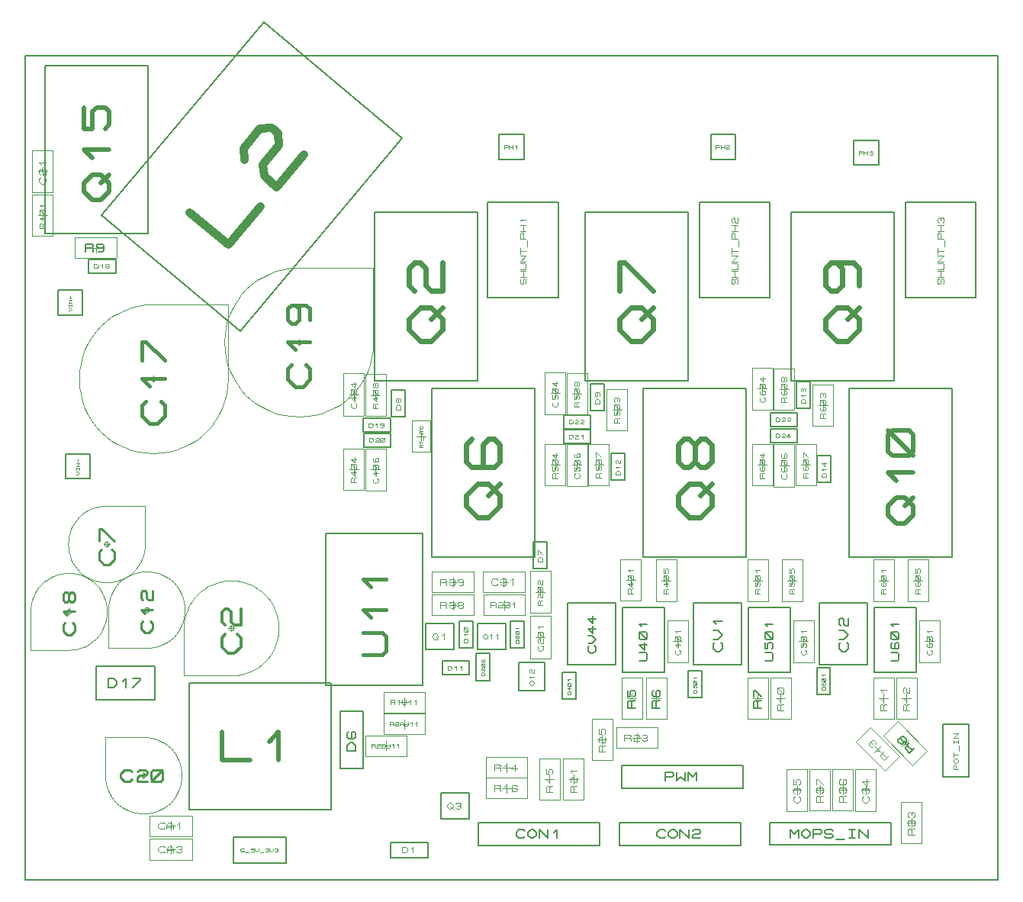
<source format=gbr>
G04 PROTEUS RS274X GERBER FILE*
%FSLAX45Y45*%
%MOMM*%
G01*
%ADD41C,0.203200*%
%ADD95C,0.105410*%
%ADD96C,0.068580*%
%ADD97C,0.050000*%
%ADD98C,0.095000*%
%ADD99C,0.093000*%
%ADD100C,0.422590*%
%ADD101C,0.524930*%
%ADD52C,0.152400*%
%ADD102C,0.118750*%
%ADD103C,0.077500*%
%ADD104C,0.054860*%
%ADD105C,0.144780*%
%ADD106C,0.137160*%
%ADD107C,0.171450*%
%ADD108C,0.059690*%
%ADD109C,0.141000*%
%ADD110C,0.103290*%
%ADD111C,0.077470*%
%ADD112C,0.074610*%
%ADD113C,0.116250*%
%ADD114C,0.086530*%
%ADD115C,0.160020*%
%ADD116C,0.931330*%
%ADD117C,0.413750*%
%ADD118C,0.067300*%
%ADD119C,0.351660*%
%ADD120C,0.050710*%
%ADD121C,0.622300*%
%ADD122C,0.466720*%
%ADD123C,0.066420*%
%ADD124C,0.285000*%
%ADD125C,0.213750*%
%ADD126C,0.090090*%
%ADD127C,0.161290*%
%ADD128C,0.100580*%
D41*
X-1079500Y-6413500D02*
X+9715500Y-6413500D01*
X+9715500Y+2730500D01*
X-1079500Y+2730500D01*
X-1079500Y-6413500D01*
X+6403340Y+44450D02*
X+7185660Y+44450D01*
X+7185660Y+1098550D01*
X+6403340Y+1098550D01*
X+6403340Y+44450D01*
D95*
X+6815582Y+192024D02*
X+6826123Y+202565D01*
X+6826123Y+244729D01*
X+6815582Y+255270D01*
X+6805041Y+255270D01*
X+6794500Y+244729D01*
X+6794500Y+202565D01*
X+6783959Y+192024D01*
X+6773418Y+192024D01*
X+6762877Y+202565D01*
X+6762877Y+244729D01*
X+6773418Y+255270D01*
X+6826123Y+276352D02*
X+6762877Y+276352D01*
X+6762877Y+339598D02*
X+6826123Y+339598D01*
X+6794500Y+276352D02*
X+6794500Y+339598D01*
X+6762877Y+360680D02*
X+6815582Y+360680D01*
X+6826123Y+371221D01*
X+6826123Y+413385D01*
X+6815582Y+423926D01*
X+6762877Y+423926D01*
X+6826123Y+445008D02*
X+6762877Y+445008D01*
X+6826123Y+508254D01*
X+6762877Y+508254D01*
X+6762877Y+529336D02*
X+6762877Y+592582D01*
X+6762877Y+560959D02*
X+6826123Y+560959D01*
X+6836664Y+613664D02*
X+6836664Y+676910D01*
X+6826123Y+697992D02*
X+6762877Y+697992D01*
X+6762877Y+750697D01*
X+6773418Y+761238D01*
X+6783959Y+761238D01*
X+6794500Y+750697D01*
X+6794500Y+697992D01*
X+6826123Y+782320D02*
X+6762877Y+782320D01*
X+6762877Y+845566D02*
X+6826123Y+845566D01*
X+6794500Y+782320D02*
X+6794500Y+845566D01*
X+6773418Y+877189D02*
X+6762877Y+887730D01*
X+6762877Y+919353D01*
X+6773418Y+929894D01*
X+6783959Y+929894D01*
X+6794500Y+919353D01*
X+6794500Y+887730D01*
X+6805041Y+877189D01*
X+6826123Y+877189D01*
X+6826123Y+929894D01*
D41*
X+8689340Y+44450D02*
X+9471660Y+44450D01*
X+9471660Y+1098550D01*
X+8689340Y+1098550D01*
X+8689340Y+44450D01*
D95*
X+9101582Y+192024D02*
X+9112123Y+202565D01*
X+9112123Y+244729D01*
X+9101582Y+255270D01*
X+9091041Y+255270D01*
X+9080500Y+244729D01*
X+9080500Y+202565D01*
X+9069959Y+192024D01*
X+9059418Y+192024D01*
X+9048877Y+202565D01*
X+9048877Y+244729D01*
X+9059418Y+255270D01*
X+9112123Y+276352D02*
X+9048877Y+276352D01*
X+9048877Y+339598D02*
X+9112123Y+339598D01*
X+9080500Y+276352D02*
X+9080500Y+339598D01*
X+9048877Y+360680D02*
X+9101582Y+360680D01*
X+9112123Y+371221D01*
X+9112123Y+413385D01*
X+9101582Y+423926D01*
X+9048877Y+423926D01*
X+9112123Y+445008D02*
X+9048877Y+445008D01*
X+9112123Y+508254D01*
X+9048877Y+508254D01*
X+9048877Y+529336D02*
X+9048877Y+592582D01*
X+9048877Y+560959D02*
X+9112123Y+560959D01*
X+9122664Y+613664D02*
X+9122664Y+676910D01*
X+9112123Y+697992D02*
X+9048877Y+697992D01*
X+9048877Y+750697D01*
X+9059418Y+761238D01*
X+9069959Y+761238D01*
X+9080500Y+750697D01*
X+9080500Y+697992D01*
X+9112123Y+782320D02*
X+9048877Y+782320D01*
X+9048877Y+845566D02*
X+9112123Y+845566D01*
X+9080500Y+782320D02*
X+9080500Y+845566D01*
X+9059418Y+877189D02*
X+9048877Y+887730D01*
X+9048877Y+919353D01*
X+9059418Y+929894D01*
X+9069959Y+929894D01*
X+9080500Y+919353D01*
X+9091041Y+929894D01*
X+9101582Y+929894D01*
X+9112123Y+919353D01*
X+9112123Y+887730D01*
X+9101582Y+877189D01*
X+9080500Y+898271D02*
X+9080500Y+919353D01*
D41*
X+4053840Y+44450D02*
X+4836160Y+44450D01*
X+4836160Y+1098550D01*
X+4053840Y+1098550D01*
X+4053840Y+44450D01*
D95*
X+4466082Y+192024D02*
X+4476623Y+202565D01*
X+4476623Y+244729D01*
X+4466082Y+255270D01*
X+4455541Y+255270D01*
X+4445000Y+244729D01*
X+4445000Y+202565D01*
X+4434459Y+192024D01*
X+4423918Y+192024D01*
X+4413377Y+202565D01*
X+4413377Y+244729D01*
X+4423918Y+255270D01*
X+4476623Y+276352D02*
X+4413377Y+276352D01*
X+4413377Y+339598D02*
X+4476623Y+339598D01*
X+4445000Y+276352D02*
X+4445000Y+339598D01*
X+4413377Y+360680D02*
X+4466082Y+360680D01*
X+4476623Y+371221D01*
X+4476623Y+413385D01*
X+4466082Y+423926D01*
X+4413377Y+423926D01*
X+4476623Y+445008D02*
X+4413377Y+445008D01*
X+4476623Y+508254D01*
X+4413377Y+508254D01*
X+4413377Y+529336D02*
X+4413377Y+592582D01*
X+4413377Y+560959D02*
X+4476623Y+560959D01*
X+4487164Y+613664D02*
X+4487164Y+676910D01*
X+4476623Y+697992D02*
X+4413377Y+697992D01*
X+4413377Y+750697D01*
X+4423918Y+761238D01*
X+4434459Y+761238D01*
X+4445000Y+750697D01*
X+4445000Y+697992D01*
X+4476623Y+782320D02*
X+4413377Y+782320D01*
X+4413377Y+845566D02*
X+4476623Y+845566D01*
X+4445000Y+782320D02*
X+4445000Y+845566D01*
X+4434459Y+887730D02*
X+4413377Y+908812D01*
X+4476623Y+908812D01*
D41*
X+4180840Y+1577340D02*
X+4455160Y+1577340D01*
X+4455160Y+1851660D01*
X+4180840Y+1851660D01*
X+4180840Y+1577340D01*
D96*
X+4235704Y+1693926D02*
X+4235704Y+1735074D01*
X+4269994Y+1735074D01*
X+4276852Y+1728216D01*
X+4276852Y+1721358D01*
X+4269994Y+1714500D01*
X+4235704Y+1714500D01*
X+4290568Y+1693926D02*
X+4290568Y+1735074D01*
X+4331716Y+1735074D02*
X+4331716Y+1693926D01*
X+4290568Y+1714500D02*
X+4331716Y+1714500D01*
X+4359148Y+1721358D02*
X+4372864Y+1735074D01*
X+4372864Y+1693926D01*
D41*
X+6530340Y+1577340D02*
X+6804660Y+1577340D01*
X+6804660Y+1851660D01*
X+6530340Y+1851660D01*
X+6530340Y+1577340D01*
D96*
X+6585204Y+1693926D02*
X+6585204Y+1735074D01*
X+6619494Y+1735074D01*
X+6626352Y+1728216D01*
X+6626352Y+1721358D01*
X+6619494Y+1714500D01*
X+6585204Y+1714500D01*
X+6640068Y+1693926D02*
X+6640068Y+1735074D01*
X+6681216Y+1735074D02*
X+6681216Y+1693926D01*
X+6640068Y+1714500D02*
X+6681216Y+1714500D01*
X+6701790Y+1728216D02*
X+6708648Y+1735074D01*
X+6729222Y+1735074D01*
X+6736080Y+1728216D01*
X+6736080Y+1721358D01*
X+6729222Y+1714500D01*
X+6708648Y+1714500D01*
X+6701790Y+1707642D01*
X+6701790Y+1693926D01*
X+6736080Y+1693926D01*
D41*
X+8117840Y+1513840D02*
X+8392160Y+1513840D01*
X+8392160Y+1788160D01*
X+8117840Y+1788160D01*
X+8117840Y+1513840D01*
D96*
X+8172704Y+1630426D02*
X+8172704Y+1671574D01*
X+8206994Y+1671574D01*
X+8213852Y+1664716D01*
X+8213852Y+1657858D01*
X+8206994Y+1651000D01*
X+8172704Y+1651000D01*
X+8227568Y+1630426D02*
X+8227568Y+1671574D01*
X+8268716Y+1671574D02*
X+8268716Y+1630426D01*
X+8227568Y+1651000D02*
X+8268716Y+1651000D01*
X+8289290Y+1664716D02*
X+8296148Y+1671574D01*
X+8316722Y+1671574D01*
X+8323580Y+1664716D01*
X+8323580Y+1657858D01*
X+8316722Y+1651000D01*
X+8323580Y+1644142D01*
X+8323580Y+1637284D01*
X+8316722Y+1630426D01*
X+8296148Y+1630426D01*
X+8289290Y+1637284D01*
X+8303006Y+1651000D02*
X+8316722Y+1651000D01*
D97*
X+2450400Y-796100D02*
X+2450400Y-1266100D01*
X+2680400Y-1266100D01*
X+2680400Y-796100D01*
X+2450400Y-796100D01*
X+2615400Y-1031100D02*
X+2515400Y-1031100D01*
X+2565400Y-1081100D02*
X+2565400Y-981100D01*
D98*
X+2584400Y-1126100D02*
X+2593900Y-1135600D01*
X+2593900Y-1164100D01*
X+2574900Y-1183100D01*
X+2555900Y-1183100D01*
X+2536900Y-1164100D01*
X+2536900Y-1135600D01*
X+2546400Y-1126100D01*
X+2574900Y-1050100D02*
X+2574900Y-1107100D01*
X+2536900Y-1069100D01*
X+2593900Y-1069100D01*
X+2584400Y-1031100D02*
X+2546400Y-1031100D01*
X+2536900Y-1021600D01*
X+2536900Y-983600D01*
X+2546400Y-974100D01*
X+2584400Y-974100D01*
X+2593900Y-983600D01*
X+2593900Y-1021600D01*
X+2584400Y-1031100D01*
X+2593900Y-1031100D02*
X+2536900Y-974100D01*
X+2574900Y-898100D02*
X+2574900Y-955100D01*
X+2536900Y-917100D01*
X+2593900Y-917100D01*
D97*
X+2450400Y-1629500D02*
X+2450400Y-2089500D01*
X+2680400Y-2089500D01*
X+2680400Y-1629500D01*
X+2450400Y-1629500D01*
X+2615400Y-1859500D02*
X+2515400Y-1859500D01*
X+2565400Y-1909500D02*
X+2565400Y-1809500D01*
D99*
X+2593300Y-2008300D02*
X+2537500Y-2008300D01*
X+2537500Y-1961800D01*
X+2546800Y-1952500D01*
X+2556100Y-1952500D01*
X+2565400Y-1961800D01*
X+2565400Y-2008300D01*
X+2565400Y-1961800D02*
X+2574700Y-1952500D01*
X+2593300Y-1952500D01*
X+2574700Y-1878100D02*
X+2574700Y-1933900D01*
X+2537500Y-1896700D01*
X+2593300Y-1896700D01*
X+2584000Y-1859500D02*
X+2546800Y-1859500D01*
X+2537500Y-1850200D01*
X+2537500Y-1813000D01*
X+2546800Y-1803700D01*
X+2584000Y-1803700D01*
X+2593300Y-1813000D01*
X+2593300Y-1850200D01*
X+2584000Y-1859500D01*
X+2593300Y-1859500D02*
X+2537500Y-1803700D01*
X+2574700Y-1729300D02*
X+2574700Y-1785100D01*
X+2537500Y-1747900D01*
X+2593300Y-1747900D01*
D41*
X+2256790Y-4260850D02*
X+3331210Y-4260850D01*
X+3331210Y-2570480D01*
X+2256790Y-2570480D01*
X+2256790Y-4260850D01*
D100*
X+2667223Y-3922774D02*
X+2878519Y-3922774D01*
X+2920778Y-3880515D01*
X+2920778Y-3711479D01*
X+2878519Y-3669220D01*
X+2667223Y-3669220D01*
X+2751741Y-3500183D02*
X+2667223Y-3415665D01*
X+2920778Y-3415665D01*
X+2751741Y-3162110D02*
X+2667223Y-3077592D01*
X+2920778Y-3077592D01*
D41*
X+736600Y-5636260D02*
X+2311400Y-5636260D01*
X+2311400Y-4231640D01*
X+736600Y-4231640D01*
X+736600Y-5636260D01*
D101*
X+1104054Y-4776470D02*
X+1104054Y-5091430D01*
X+1419013Y-5091430D01*
X+1628986Y-4881457D02*
X+1733973Y-4776470D01*
X+1733973Y-5091430D01*
D41*
X+2413000Y-5176460D02*
X+2667000Y-5176460D01*
X+2667000Y-4549140D01*
X+2413000Y-4549140D01*
X+2413000Y-5176460D01*
D52*
X+2585720Y-4984720D02*
X+2494280Y-4984720D01*
X+2494280Y-4923760D01*
X+2524760Y-4893280D01*
X+2555240Y-4893280D01*
X+2585720Y-4923760D01*
X+2585720Y-4984720D01*
X+2509520Y-4771360D02*
X+2494280Y-4786600D01*
X+2494280Y-4832320D01*
X+2509520Y-4847560D01*
X+2570480Y-4847560D01*
X+2585720Y-4832320D01*
X+2585720Y-4786600D01*
X+2570480Y-4771360D01*
X+2555240Y-4771360D01*
X+2540000Y-4786600D01*
X+2540000Y-4847560D01*
D97*
X+302842Y-6193500D02*
X+772842Y-6193500D01*
X+772842Y-5963500D01*
X+302842Y-5963500D01*
X+302842Y-6193500D01*
X+537842Y-6028500D02*
X+537842Y-6128500D01*
X+587842Y-6078500D02*
X+487842Y-6078500D01*
D102*
X+466592Y-6102250D02*
X+454717Y-6114125D01*
X+419092Y-6114125D01*
X+395342Y-6090375D01*
X+395342Y-6066625D01*
X+419092Y-6042875D01*
X+454717Y-6042875D01*
X+466592Y-6054750D01*
X+490342Y-6114125D02*
X+490342Y-6066625D01*
X+514092Y-6042875D01*
X+537842Y-6042875D01*
X+561592Y-6066625D01*
X+561592Y-6114125D01*
X+490342Y-6090375D02*
X+561592Y-6090375D01*
X+597217Y-6054750D02*
X+609092Y-6042875D01*
X+644717Y-6042875D01*
X+656592Y-6054750D01*
X+656592Y-6066625D01*
X+644717Y-6078500D01*
X+656592Y-6090375D01*
X+656592Y-6102250D01*
X+644717Y-6114125D01*
X+609092Y-6114125D01*
X+597217Y-6102250D01*
X+620967Y-6078500D02*
X+644717Y-6078500D01*
D97*
X+3359500Y-4330000D02*
X+2899500Y-4330000D01*
X+2899500Y-4560000D01*
X+3359500Y-4560000D01*
X+3359500Y-4330000D01*
X+3129500Y-4495000D02*
X+3129500Y-4395000D01*
X+3079500Y-4445000D02*
X+3179500Y-4445000D01*
D103*
X+2974500Y-4468250D02*
X+2974500Y-4421750D01*
X+3013250Y-4421750D01*
X+3021000Y-4429500D01*
X+3021000Y-4437250D01*
X+3013250Y-4445000D01*
X+2974500Y-4445000D01*
X+3013250Y-4445000D02*
X+3021000Y-4452750D01*
X+3021000Y-4468250D01*
X+3052000Y-4437250D02*
X+3067500Y-4421750D01*
X+3067500Y-4468250D01*
X+3098500Y-4421750D02*
X+3098500Y-4460500D01*
X+3106250Y-4468250D01*
X+3137250Y-4468250D01*
X+3145000Y-4460500D01*
X+3145000Y-4421750D01*
X+3176000Y-4437250D02*
X+3191500Y-4421750D01*
X+3191500Y-4468250D01*
X+3238000Y-4437250D02*
X+3253500Y-4421750D01*
X+3253500Y-4468250D01*
D41*
X-632460Y-1965960D02*
X-358140Y-1965960D01*
X-358140Y-1691640D01*
X-632460Y-1691640D01*
X-632460Y-1965960D01*
D104*
X-511759Y-1916582D02*
X-495300Y-1916582D01*
X-478840Y-1900123D01*
X-495300Y-1883664D01*
X-511759Y-1883664D01*
X-511759Y-1867205D02*
X-511759Y-1845260D01*
X-511759Y-1856232D02*
X-478840Y-1856232D01*
X-478840Y-1867205D02*
X-478840Y-1845260D01*
X-478840Y-1828800D02*
X-511759Y-1828800D01*
X-478840Y-1795882D01*
X-511759Y-1795882D01*
X-495300Y-1779423D02*
X-495300Y-1751991D01*
D41*
X-717663Y-149860D02*
X-443343Y-149860D01*
X-443343Y+124460D01*
X-717663Y+124460D01*
X-717663Y-149860D01*
D104*
X-596962Y-100482D02*
X-580503Y-100482D01*
X-564043Y-84023D01*
X-580503Y-67564D01*
X-596962Y-67564D01*
X-596962Y-51105D02*
X-596962Y-29160D01*
X-596962Y-40132D02*
X-564043Y-40132D01*
X-564043Y-51105D02*
X-564043Y-29160D01*
X-564043Y-12700D02*
X-596962Y-12700D01*
X-564043Y+20218D01*
X-596962Y+20218D01*
X-580503Y+31191D02*
X-580503Y+64109D01*
X-591475Y+47650D02*
X-569530Y+47650D01*
D97*
X+2691700Y-1629500D02*
X+2691700Y-2099500D01*
X+2921700Y-2099500D01*
X+2921700Y-1629500D01*
X+2691700Y-1629500D01*
X+2856700Y-1864500D02*
X+2756700Y-1864500D01*
X+2806700Y-1914500D02*
X+2806700Y-1814500D01*
D98*
X+2825700Y-1959500D02*
X+2835200Y-1969000D01*
X+2835200Y-1997500D01*
X+2816200Y-2016500D01*
X+2797200Y-2016500D01*
X+2778200Y-1997500D01*
X+2778200Y-1969000D01*
X+2787700Y-1959500D01*
X+2816200Y-1883500D02*
X+2816200Y-1940500D01*
X+2778200Y-1902500D01*
X+2835200Y-1902500D01*
X+2825700Y-1864500D02*
X+2787700Y-1864500D01*
X+2778200Y-1855000D01*
X+2778200Y-1817000D01*
X+2787700Y-1807500D01*
X+2825700Y-1807500D01*
X+2835200Y-1817000D01*
X+2835200Y-1855000D01*
X+2825700Y-1864500D01*
X+2835200Y-1864500D02*
X+2778200Y-1807500D01*
X+2787700Y-1731500D02*
X+2778200Y-1741000D01*
X+2778200Y-1769500D01*
X+2787700Y-1779000D01*
X+2825700Y-1779000D01*
X+2835200Y-1769500D01*
X+2835200Y-1741000D01*
X+2825700Y-1731500D01*
X+2816200Y-1731500D01*
X+2806700Y-1741000D01*
X+2806700Y-1779000D01*
D97*
X+5917500Y-2863500D02*
X+5917500Y-3323500D01*
X+6147500Y-3323500D01*
X+6147500Y-2863500D01*
X+5917500Y-2863500D01*
X+6082500Y-3093500D02*
X+5982500Y-3093500D01*
X+6032500Y-3143500D02*
X+6032500Y-3043500D01*
D99*
X+6060400Y-3242300D02*
X+6004600Y-3242300D01*
X+6004600Y-3195800D01*
X+6013900Y-3186500D01*
X+6023200Y-3186500D01*
X+6032500Y-3195800D01*
X+6032500Y-3242300D01*
X+6032500Y-3195800D02*
X+6041800Y-3186500D01*
X+6060400Y-3186500D01*
X+6041800Y-3112100D02*
X+6041800Y-3167900D01*
X+6004600Y-3130700D01*
X+6060400Y-3130700D01*
X+6051100Y-3093500D02*
X+6013900Y-3093500D01*
X+6004600Y-3084200D01*
X+6004600Y-3047000D01*
X+6013900Y-3037700D01*
X+6051100Y-3037700D01*
X+6060400Y-3047000D01*
X+6060400Y-3084200D01*
X+6051100Y-3093500D01*
X+6060400Y-3093500D02*
X+6004600Y-3037700D01*
X+6004600Y-2963300D02*
X+6004600Y-3009800D01*
X+6023200Y-3009800D01*
X+6023200Y-2972600D01*
X+6032500Y-2963300D01*
X+6051100Y-2963300D01*
X+6060400Y-2972600D01*
X+6060400Y-3000500D01*
X+6051100Y-3009800D01*
D97*
X+2691700Y-806100D02*
X+2691700Y-1266100D01*
X+2921700Y-1266100D01*
X+2921700Y-806100D01*
X+2691700Y-806100D01*
X+2856700Y-1036100D02*
X+2756700Y-1036100D01*
X+2806700Y-1086100D02*
X+2806700Y-986100D01*
D99*
X+2834600Y-1184900D02*
X+2778800Y-1184900D01*
X+2778800Y-1138400D01*
X+2788100Y-1129100D01*
X+2797400Y-1129100D01*
X+2806700Y-1138400D01*
X+2806700Y-1184900D01*
X+2806700Y-1138400D02*
X+2816000Y-1129100D01*
X+2834600Y-1129100D01*
X+2816000Y-1054700D02*
X+2816000Y-1110500D01*
X+2778800Y-1073300D01*
X+2834600Y-1073300D01*
X+2825300Y-1036100D02*
X+2788100Y-1036100D01*
X+2778800Y-1026800D01*
X+2778800Y-989600D01*
X+2788100Y-980300D01*
X+2825300Y-980300D01*
X+2834600Y-989600D01*
X+2834600Y-1026800D01*
X+2825300Y-1036100D01*
X+2834600Y-1036100D02*
X+2778800Y-980300D01*
X+2806700Y-943100D02*
X+2797400Y-952400D01*
X+2788100Y-952400D01*
X+2778800Y-943100D01*
X+2778800Y-915200D01*
X+2788100Y-905900D01*
X+2797400Y-905900D01*
X+2806700Y-915200D01*
X+2806700Y-943100D01*
X+2816000Y-952400D01*
X+2825300Y-952400D01*
X+2834600Y-943100D01*
X+2834600Y-915200D01*
X+2825300Y-905900D01*
X+2816000Y-905900D01*
X+2806700Y-915200D01*
D97*
X+5523800Y-2861400D02*
X+5523800Y-3321400D01*
X+5753800Y-3321400D01*
X+5753800Y-2861400D01*
X+5523800Y-2861400D01*
X+5688800Y-3091400D02*
X+5588800Y-3091400D01*
X+5638800Y-3141400D02*
X+5638800Y-3041400D01*
D99*
X+5666700Y-3240200D02*
X+5610900Y-3240200D01*
X+5610900Y-3193700D01*
X+5620200Y-3184400D01*
X+5629500Y-3184400D01*
X+5638800Y-3193700D01*
X+5638800Y-3240200D01*
X+5638800Y-3193700D02*
X+5648100Y-3184400D01*
X+5666700Y-3184400D01*
X+5648100Y-3110000D02*
X+5648100Y-3165800D01*
X+5610900Y-3128600D01*
X+5666700Y-3128600D01*
X+5657400Y-3091400D02*
X+5620200Y-3091400D01*
X+5610900Y-3082100D01*
X+5610900Y-3044900D01*
X+5620200Y-3035600D01*
X+5657400Y-3035600D01*
X+5666700Y-3044900D01*
X+5666700Y-3082100D01*
X+5657400Y-3091400D01*
X+5666700Y-3091400D02*
X+5610900Y-3035600D01*
X+5629500Y-2998400D02*
X+5610900Y-2979800D01*
X+5666700Y-2979800D01*
D41*
X+5544820Y-4114800D02*
X+6012180Y-4114800D01*
X+6012180Y-3390900D01*
X+5544820Y-3390900D01*
X+5544820Y-4114800D01*
D105*
X+5735066Y-3984498D02*
X+5807456Y-3984498D01*
X+5821934Y-3970020D01*
X+5821934Y-3912108D01*
X+5807456Y-3897630D01*
X+5735066Y-3897630D01*
X+5792978Y-3781806D02*
X+5792978Y-3868674D01*
X+5735066Y-3810762D01*
X+5821934Y-3810762D01*
X+5807456Y-3752850D02*
X+5749544Y-3752850D01*
X+5735066Y-3738372D01*
X+5735066Y-3680460D01*
X+5749544Y-3665982D01*
X+5807456Y-3665982D01*
X+5821934Y-3680460D01*
X+5821934Y-3738372D01*
X+5807456Y-3752850D01*
X+5821934Y-3752850D02*
X+5735066Y-3665982D01*
X+5764022Y-3608070D02*
X+5735066Y-3579114D01*
X+5821934Y-3579114D01*
D41*
X+6941820Y-4114800D02*
X+7409180Y-4114800D01*
X+7409180Y-3390900D01*
X+6941820Y-3390900D01*
X+6941820Y-4114800D01*
D105*
X+7132066Y-3984498D02*
X+7204456Y-3984498D01*
X+7218934Y-3970020D01*
X+7218934Y-3912108D01*
X+7204456Y-3897630D01*
X+7132066Y-3897630D01*
X+7132066Y-3781806D02*
X+7132066Y-3854196D01*
X+7161022Y-3854196D01*
X+7161022Y-3796284D01*
X+7175500Y-3781806D01*
X+7204456Y-3781806D01*
X+7218934Y-3796284D01*
X+7218934Y-3839718D01*
X+7204456Y-3854196D01*
X+7204456Y-3752850D02*
X+7146544Y-3752850D01*
X+7132066Y-3738372D01*
X+7132066Y-3680460D01*
X+7146544Y-3665982D01*
X+7204456Y-3665982D01*
X+7218934Y-3680460D01*
X+7218934Y-3738372D01*
X+7204456Y-3752850D01*
X+7218934Y-3752850D02*
X+7132066Y-3665982D01*
X+7161022Y-3608070D02*
X+7132066Y-3579114D01*
X+7218934Y-3579114D01*
D41*
X+8338820Y-4114800D02*
X+8806180Y-4114800D01*
X+8806180Y-3390900D01*
X+8338820Y-3390900D01*
X+8338820Y-4114800D01*
D105*
X+8529066Y-3984498D02*
X+8601456Y-3984498D01*
X+8615934Y-3970020D01*
X+8615934Y-3912108D01*
X+8601456Y-3897630D01*
X+8529066Y-3897630D01*
X+8543544Y-3781806D02*
X+8529066Y-3796284D01*
X+8529066Y-3839718D01*
X+8543544Y-3854196D01*
X+8601456Y-3854196D01*
X+8615934Y-3839718D01*
X+8615934Y-3796284D01*
X+8601456Y-3781806D01*
X+8586978Y-3781806D01*
X+8572500Y-3796284D01*
X+8572500Y-3854196D01*
X+8601456Y-3752850D02*
X+8543544Y-3752850D01*
X+8529066Y-3738372D01*
X+8529066Y-3680460D01*
X+8543544Y-3665982D01*
X+8601456Y-3665982D01*
X+8615934Y-3680460D01*
X+8615934Y-3738372D01*
X+8601456Y-3752850D01*
X+8615934Y-3752850D02*
X+8529066Y-3665982D01*
X+8558022Y-3608070D02*
X+8529066Y-3579114D01*
X+8615934Y-3579114D01*
D97*
X+6933500Y-2863500D02*
X+6933500Y-3323500D01*
X+7163500Y-3323500D01*
X+7163500Y-2863500D01*
X+6933500Y-2863500D01*
X+7098500Y-3093500D02*
X+6998500Y-3093500D01*
X+7048500Y-3143500D02*
X+7048500Y-3043500D01*
D99*
X+7076400Y-3242300D02*
X+7020600Y-3242300D01*
X+7020600Y-3195800D01*
X+7029900Y-3186500D01*
X+7039200Y-3186500D01*
X+7048500Y-3195800D01*
X+7048500Y-3242300D01*
X+7048500Y-3195800D02*
X+7057800Y-3186500D01*
X+7076400Y-3186500D01*
X+7020600Y-3112100D02*
X+7020600Y-3158600D01*
X+7039200Y-3158600D01*
X+7039200Y-3121400D01*
X+7048500Y-3112100D01*
X+7067100Y-3112100D01*
X+7076400Y-3121400D01*
X+7076400Y-3149300D01*
X+7067100Y-3158600D01*
X+7067100Y-3093500D02*
X+7029900Y-3093500D01*
X+7020600Y-3084200D01*
X+7020600Y-3047000D01*
X+7029900Y-3037700D01*
X+7067100Y-3037700D01*
X+7076400Y-3047000D01*
X+7076400Y-3084200D01*
X+7067100Y-3093500D01*
X+7076400Y-3093500D02*
X+7020600Y-3037700D01*
X+7039200Y-3000500D02*
X+7020600Y-2981900D01*
X+7076400Y-2981900D01*
D41*
X+4942840Y-4025900D02*
X+5471160Y-4025900D01*
X+5471160Y-3340100D01*
X+4942840Y-3340100D01*
X+4942840Y-4025900D01*
D106*
X+5234432Y-3820160D02*
X+5248148Y-3833876D01*
X+5248148Y-3875024D01*
X+5220716Y-3902456D01*
X+5193284Y-3902456D01*
X+5165852Y-3875024D01*
X+5165852Y-3833876D01*
X+5179568Y-3820160D01*
X+5165852Y-3792728D02*
X+5207000Y-3792728D01*
X+5248148Y-3751580D01*
X+5207000Y-3710432D01*
X+5165852Y-3710432D01*
X+5220716Y-3600704D02*
X+5220716Y-3683000D01*
X+5165852Y-3628136D01*
X+5248148Y-3628136D01*
X+5220716Y-3490976D02*
X+5220716Y-3573272D01*
X+5165852Y-3518408D01*
X+5248148Y-3518408D01*
D41*
X+6339840Y-4025900D02*
X+6868160Y-4025900D01*
X+6868160Y-3340100D01*
X+6339840Y-3340100D01*
X+6339840Y-4025900D01*
D107*
X+6638290Y-3785870D02*
X+6655435Y-3803015D01*
X+6655435Y-3854450D01*
X+6621145Y-3888740D01*
X+6586855Y-3888740D01*
X+6552565Y-3854450D01*
X+6552565Y-3803015D01*
X+6569710Y-3785870D01*
X+6552565Y-3751580D02*
X+6604000Y-3751580D01*
X+6655435Y-3700145D01*
X+6604000Y-3648710D01*
X+6552565Y-3648710D01*
X+6586855Y-3580130D02*
X+6552565Y-3545840D01*
X+6655435Y-3545840D01*
D41*
X+7736840Y-4025900D02*
X+8265160Y-4025900D01*
X+8265160Y-3340100D01*
X+7736840Y-3340100D01*
X+7736840Y-4025900D01*
D107*
X+8035290Y-3785870D02*
X+8052435Y-3803015D01*
X+8052435Y-3854450D01*
X+8018145Y-3888740D01*
X+7983855Y-3888740D01*
X+7949565Y-3854450D01*
X+7949565Y-3803015D01*
X+7966710Y-3785870D01*
X+7949565Y-3751580D02*
X+8001000Y-3751580D01*
X+8052435Y-3700145D01*
X+8001000Y-3648710D01*
X+7949565Y-3648710D01*
X+7966710Y-3597275D02*
X+7949565Y-3580130D01*
X+7949565Y-3528695D01*
X+7966710Y-3511550D01*
X+7983855Y-3511550D01*
X+8001000Y-3528695D01*
X+8001000Y-3580130D01*
X+8018145Y-3597275D01*
X+8052435Y-3597275D01*
X+8052435Y-3511550D01*
D41*
X+4877920Y-4413250D02*
X+5028080Y-4413250D01*
X+5028080Y-4114800D01*
X+4877920Y-4114800D01*
X+4877920Y-4413250D01*
D108*
X+4970907Y-4359529D02*
X+4935093Y-4359529D01*
X+4935093Y-4335653D01*
X+4947031Y-4323715D01*
X+4958969Y-4323715D01*
X+4970907Y-4335653D01*
X+4970907Y-4359529D01*
X+4958969Y-4275963D02*
X+4958969Y-4311777D01*
X+4935093Y-4287901D01*
X+4970907Y-4287901D01*
X+4964938Y-4264025D02*
X+4941062Y-4264025D01*
X+4935093Y-4258056D01*
X+4935093Y-4234180D01*
X+4941062Y-4228211D01*
X+4964938Y-4228211D01*
X+4970907Y-4234180D01*
X+4970907Y-4258056D01*
X+4964938Y-4264025D01*
X+4970907Y-4264025D02*
X+4935093Y-4228211D01*
X+4947031Y-4204335D02*
X+4935093Y-4192397D01*
X+4970907Y-4192397D01*
D41*
X+6274920Y-4394200D02*
X+6425080Y-4394200D01*
X+6425080Y-4095750D01*
X+6274920Y-4095750D01*
X+6274920Y-4394200D01*
D108*
X+6367907Y-4340479D02*
X+6332093Y-4340479D01*
X+6332093Y-4316603D01*
X+6344031Y-4304665D01*
X+6355969Y-4304665D01*
X+6367907Y-4316603D01*
X+6367907Y-4340479D01*
X+6332093Y-4256913D02*
X+6332093Y-4286758D01*
X+6344031Y-4286758D01*
X+6344031Y-4262882D01*
X+6350000Y-4256913D01*
X+6361938Y-4256913D01*
X+6367907Y-4262882D01*
X+6367907Y-4280789D01*
X+6361938Y-4286758D01*
X+6361938Y-4244975D02*
X+6338062Y-4244975D01*
X+6332093Y-4239006D01*
X+6332093Y-4215130D01*
X+6338062Y-4209161D01*
X+6361938Y-4209161D01*
X+6367907Y-4215130D01*
X+6367907Y-4239006D01*
X+6361938Y-4244975D01*
X+6367907Y-4244975D02*
X+6332093Y-4209161D01*
X+6344031Y-4185285D02*
X+6332093Y-4173347D01*
X+6367907Y-4173347D01*
D41*
X+7703670Y-4362450D02*
X+7853830Y-4362450D01*
X+7853830Y-4064000D01*
X+7703670Y-4064000D01*
X+7703670Y-4362450D01*
D108*
X+7796657Y-4308729D02*
X+7760843Y-4308729D01*
X+7760843Y-4284853D01*
X+7772781Y-4272915D01*
X+7784719Y-4272915D01*
X+7796657Y-4284853D01*
X+7796657Y-4308729D01*
X+7766812Y-4225163D02*
X+7760843Y-4231132D01*
X+7760843Y-4249039D01*
X+7766812Y-4255008D01*
X+7790688Y-4255008D01*
X+7796657Y-4249039D01*
X+7796657Y-4231132D01*
X+7790688Y-4225163D01*
X+7784719Y-4225163D01*
X+7778750Y-4231132D01*
X+7778750Y-4255008D01*
X+7790688Y-4213225D02*
X+7766812Y-4213225D01*
X+7760843Y-4207256D01*
X+7760843Y-4183380D01*
X+7766812Y-4177411D01*
X+7790688Y-4177411D01*
X+7796657Y-4183380D01*
X+7796657Y-4207256D01*
X+7790688Y-4213225D01*
X+7796657Y-4213225D02*
X+7760843Y-4177411D01*
X+7772781Y-4153535D02*
X+7760843Y-4141597D01*
X+7796657Y-4141597D01*
D97*
X+6044500Y-3534500D02*
X+6044500Y-4004500D01*
X+6274500Y-4004500D01*
X+6274500Y-3534500D01*
X+6044500Y-3534500D01*
X+6209500Y-3769500D02*
X+6109500Y-3769500D01*
X+6159500Y-3819500D02*
X+6159500Y-3719500D01*
D98*
X+6178500Y-3864500D02*
X+6188000Y-3874000D01*
X+6188000Y-3902500D01*
X+6169000Y-3921500D01*
X+6150000Y-3921500D01*
X+6131000Y-3902500D01*
X+6131000Y-3874000D01*
X+6140500Y-3864500D01*
X+6169000Y-3788500D02*
X+6169000Y-3845500D01*
X+6131000Y-3807500D01*
X+6188000Y-3807500D01*
X+6178500Y-3769500D02*
X+6140500Y-3769500D01*
X+6131000Y-3760000D01*
X+6131000Y-3722000D01*
X+6140500Y-3712500D01*
X+6178500Y-3712500D01*
X+6188000Y-3722000D01*
X+6188000Y-3760000D01*
X+6178500Y-3769500D01*
X+6188000Y-3769500D02*
X+6131000Y-3712500D01*
X+6150000Y-3674500D02*
X+6131000Y-3655500D01*
X+6188000Y-3655500D01*
D97*
X+7441500Y-3534500D02*
X+7441500Y-4004500D01*
X+7671500Y-4004500D01*
X+7671500Y-3534500D01*
X+7441500Y-3534500D01*
X+7606500Y-3769500D02*
X+7506500Y-3769500D01*
X+7556500Y-3819500D02*
X+7556500Y-3719500D01*
D98*
X+7575500Y-3864500D02*
X+7585000Y-3874000D01*
X+7585000Y-3902500D01*
X+7566000Y-3921500D01*
X+7547000Y-3921500D01*
X+7528000Y-3902500D01*
X+7528000Y-3874000D01*
X+7537500Y-3864500D01*
X+7528000Y-3788500D02*
X+7528000Y-3836000D01*
X+7547000Y-3836000D01*
X+7547000Y-3798000D01*
X+7556500Y-3788500D01*
X+7575500Y-3788500D01*
X+7585000Y-3798000D01*
X+7585000Y-3826500D01*
X+7575500Y-3836000D01*
X+7575500Y-3769500D02*
X+7537500Y-3769500D01*
X+7528000Y-3760000D01*
X+7528000Y-3722000D01*
X+7537500Y-3712500D01*
X+7575500Y-3712500D01*
X+7585000Y-3722000D01*
X+7585000Y-3760000D01*
X+7575500Y-3769500D01*
X+7585000Y-3769500D02*
X+7528000Y-3712500D01*
X+7547000Y-3674500D02*
X+7528000Y-3655500D01*
X+7585000Y-3655500D01*
D97*
X+8838500Y-3534500D02*
X+8838500Y-4004500D01*
X+9068500Y-4004500D01*
X+9068500Y-3534500D01*
X+8838500Y-3534500D01*
X+9003500Y-3769500D02*
X+8903500Y-3769500D01*
X+8953500Y-3819500D02*
X+8953500Y-3719500D01*
D98*
X+8972500Y-3864500D02*
X+8982000Y-3874000D01*
X+8982000Y-3902500D01*
X+8963000Y-3921500D01*
X+8944000Y-3921500D01*
X+8925000Y-3902500D01*
X+8925000Y-3874000D01*
X+8934500Y-3864500D01*
X+8934500Y-3788500D02*
X+8925000Y-3798000D01*
X+8925000Y-3826500D01*
X+8934500Y-3836000D01*
X+8972500Y-3836000D01*
X+8982000Y-3826500D01*
X+8982000Y-3798000D01*
X+8972500Y-3788500D01*
X+8963000Y-3788500D01*
X+8953500Y-3798000D01*
X+8953500Y-3836000D01*
X+8972500Y-3769500D02*
X+8934500Y-3769500D01*
X+8925000Y-3760000D01*
X+8925000Y-3722000D01*
X+8934500Y-3712500D01*
X+8972500Y-3712500D01*
X+8982000Y-3722000D01*
X+8982000Y-3760000D01*
X+8972500Y-3769500D01*
X+8982000Y-3769500D02*
X+8925000Y-3712500D01*
X+8944000Y-3674500D02*
X+8925000Y-3655500D01*
X+8982000Y-3655500D01*
D97*
X+7314500Y-2863500D02*
X+7314500Y-3323500D01*
X+7544500Y-3323500D01*
X+7544500Y-2863500D01*
X+7314500Y-2863500D01*
X+7479500Y-3093500D02*
X+7379500Y-3093500D01*
X+7429500Y-3143500D02*
X+7429500Y-3043500D01*
D99*
X+7457400Y-3242300D02*
X+7401600Y-3242300D01*
X+7401600Y-3195800D01*
X+7410900Y-3186500D01*
X+7420200Y-3186500D01*
X+7429500Y-3195800D01*
X+7429500Y-3242300D01*
X+7429500Y-3195800D02*
X+7438800Y-3186500D01*
X+7457400Y-3186500D01*
X+7401600Y-3112100D02*
X+7401600Y-3158600D01*
X+7420200Y-3158600D01*
X+7420200Y-3121400D01*
X+7429500Y-3112100D01*
X+7448100Y-3112100D01*
X+7457400Y-3121400D01*
X+7457400Y-3149300D01*
X+7448100Y-3158600D01*
X+7448100Y-3093500D02*
X+7410900Y-3093500D01*
X+7401600Y-3084200D01*
X+7401600Y-3047000D01*
X+7410900Y-3037700D01*
X+7448100Y-3037700D01*
X+7457400Y-3047000D01*
X+7457400Y-3084200D01*
X+7448100Y-3093500D01*
X+7457400Y-3093500D02*
X+7401600Y-3037700D01*
X+7401600Y-2963300D02*
X+7401600Y-3009800D01*
X+7420200Y-3009800D01*
X+7420200Y-2972600D01*
X+7429500Y-2963300D01*
X+7448100Y-2963300D01*
X+7457400Y-2972600D01*
X+7457400Y-3000500D01*
X+7448100Y-3009800D01*
D97*
X+8330500Y-2863500D02*
X+8330500Y-3323500D01*
X+8560500Y-3323500D01*
X+8560500Y-2863500D01*
X+8330500Y-2863500D01*
X+8495500Y-3093500D02*
X+8395500Y-3093500D01*
X+8445500Y-3143500D02*
X+8445500Y-3043500D01*
D99*
X+8473400Y-3242300D02*
X+8417600Y-3242300D01*
X+8417600Y-3195800D01*
X+8426900Y-3186500D01*
X+8436200Y-3186500D01*
X+8445500Y-3195800D01*
X+8445500Y-3242300D01*
X+8445500Y-3195800D02*
X+8454800Y-3186500D01*
X+8473400Y-3186500D01*
X+8426900Y-3112100D02*
X+8417600Y-3121400D01*
X+8417600Y-3149300D01*
X+8426900Y-3158600D01*
X+8464100Y-3158600D01*
X+8473400Y-3149300D01*
X+8473400Y-3121400D01*
X+8464100Y-3112100D01*
X+8454800Y-3112100D01*
X+8445500Y-3121400D01*
X+8445500Y-3158600D01*
X+8464100Y-3093500D02*
X+8426900Y-3093500D01*
X+8417600Y-3084200D01*
X+8417600Y-3047000D01*
X+8426900Y-3037700D01*
X+8464100Y-3037700D01*
X+8473400Y-3047000D01*
X+8473400Y-3084200D01*
X+8464100Y-3093500D01*
X+8473400Y-3093500D02*
X+8417600Y-3037700D01*
X+8436200Y-3000500D02*
X+8417600Y-2981900D01*
X+8473400Y-2981900D01*
D97*
X+8711500Y-2863500D02*
X+8711500Y-3323500D01*
X+8941500Y-3323500D01*
X+8941500Y-2863500D01*
X+8711500Y-2863500D01*
X+8876500Y-3093500D02*
X+8776500Y-3093500D01*
X+8826500Y-3143500D02*
X+8826500Y-3043500D01*
D99*
X+8854400Y-3242300D02*
X+8798600Y-3242300D01*
X+8798600Y-3195800D01*
X+8807900Y-3186500D01*
X+8817200Y-3186500D01*
X+8826500Y-3195800D01*
X+8826500Y-3242300D01*
X+8826500Y-3195800D02*
X+8835800Y-3186500D01*
X+8854400Y-3186500D01*
X+8807900Y-3112100D02*
X+8798600Y-3121400D01*
X+8798600Y-3149300D01*
X+8807900Y-3158600D01*
X+8845100Y-3158600D01*
X+8854400Y-3149300D01*
X+8854400Y-3121400D01*
X+8845100Y-3112100D01*
X+8835800Y-3112100D01*
X+8826500Y-3121400D01*
X+8826500Y-3158600D01*
X+8845100Y-3093500D02*
X+8807900Y-3093500D01*
X+8798600Y-3084200D01*
X+8798600Y-3047000D01*
X+8807900Y-3037700D01*
X+8845100Y-3037700D01*
X+8854400Y-3047000D01*
X+8854400Y-3084200D01*
X+8845100Y-3093500D01*
X+8854400Y-3093500D02*
X+8798600Y-3037700D01*
X+8798600Y-2963300D02*
X+8798600Y-3009800D01*
X+8817200Y-3009800D01*
X+8817200Y-2972600D01*
X+8826500Y-2963300D01*
X+8845100Y-2963300D01*
X+8854400Y-2972600D01*
X+8854400Y-3000500D01*
X+8845100Y-3009800D01*
D97*
X+5766500Y-4629500D02*
X+5766500Y-4169500D01*
X+5536500Y-4169500D01*
X+5536500Y-4629500D01*
X+5766500Y-4629500D01*
X+5601500Y-4399500D02*
X+5701500Y-4399500D01*
X+5651500Y-4349500D02*
X+5651500Y-4449500D01*
D109*
X+5693800Y-4512300D02*
X+5609200Y-4512300D01*
X+5609200Y-4441800D01*
X+5623300Y-4427700D01*
X+5637400Y-4427700D01*
X+5651500Y-4441800D01*
X+5651500Y-4512300D01*
X+5651500Y-4441800D02*
X+5665600Y-4427700D01*
X+5693800Y-4427700D01*
X+5609200Y-4314900D02*
X+5609200Y-4385400D01*
X+5637400Y-4385400D01*
X+5637400Y-4329000D01*
X+5651500Y-4314900D01*
X+5679700Y-4314900D01*
X+5693800Y-4329000D01*
X+5693800Y-4371300D01*
X+5679700Y-4385400D01*
D97*
X+6038000Y-4629500D02*
X+6038000Y-4169500D01*
X+5808000Y-4169500D01*
X+5808000Y-4629500D01*
X+6038000Y-4629500D01*
X+5873000Y-4399500D02*
X+5973000Y-4399500D01*
X+5923000Y-4349500D02*
X+5923000Y-4449500D01*
D109*
X+5965300Y-4512300D02*
X+5880700Y-4512300D01*
X+5880700Y-4441800D01*
X+5894800Y-4427700D01*
X+5908900Y-4427700D01*
X+5923000Y-4441800D01*
X+5923000Y-4512300D01*
X+5923000Y-4441800D02*
X+5937100Y-4427700D01*
X+5965300Y-4427700D01*
X+5894800Y-4314900D02*
X+5880700Y-4329000D01*
X+5880700Y-4371300D01*
X+5894800Y-4385400D01*
X+5951200Y-4385400D01*
X+5965300Y-4371300D01*
X+5965300Y-4329000D01*
X+5951200Y-4314900D01*
X+5937100Y-4314900D01*
X+5923000Y-4329000D01*
X+5923000Y-4385400D01*
D97*
X+7163500Y-4629500D02*
X+7163500Y-4169500D01*
X+6933500Y-4169500D01*
X+6933500Y-4629500D01*
X+7163500Y-4629500D01*
X+6998500Y-4399500D02*
X+7098500Y-4399500D01*
X+7048500Y-4349500D02*
X+7048500Y-4449500D01*
D109*
X+7090800Y-4512300D02*
X+7006200Y-4512300D01*
X+7006200Y-4441800D01*
X+7020300Y-4427700D01*
X+7034400Y-4427700D01*
X+7048500Y-4441800D01*
X+7048500Y-4512300D01*
X+7048500Y-4441800D02*
X+7062600Y-4427700D01*
X+7090800Y-4427700D01*
X+7006200Y-4385400D02*
X+7006200Y-4314900D01*
X+7020300Y-4314900D01*
X+7090800Y-4385400D01*
D97*
X+5371400Y-969100D02*
X+5371400Y-1429100D01*
X+5601400Y-1429100D01*
X+5601400Y-969100D01*
X+5371400Y-969100D01*
X+5536400Y-1199100D02*
X+5436400Y-1199100D01*
X+5486400Y-1249100D02*
X+5486400Y-1149100D01*
D99*
X+5514300Y-1347900D02*
X+5458500Y-1347900D01*
X+5458500Y-1301400D01*
X+5467800Y-1292100D01*
X+5477100Y-1292100D01*
X+5486400Y-1301400D01*
X+5486400Y-1347900D01*
X+5486400Y-1301400D02*
X+5495700Y-1292100D01*
X+5514300Y-1292100D01*
X+5458500Y-1217700D02*
X+5458500Y-1264200D01*
X+5477100Y-1264200D01*
X+5477100Y-1227000D01*
X+5486400Y-1217700D01*
X+5505000Y-1217700D01*
X+5514300Y-1227000D01*
X+5514300Y-1254900D01*
X+5505000Y-1264200D01*
X+5505000Y-1199100D02*
X+5467800Y-1199100D01*
X+5458500Y-1189800D01*
X+5458500Y-1152600D01*
X+5467800Y-1143300D01*
X+5505000Y-1143300D01*
X+5514300Y-1152600D01*
X+5514300Y-1189800D01*
X+5505000Y-1199100D01*
X+5514300Y-1199100D02*
X+5458500Y-1143300D01*
X+5467800Y-1115400D02*
X+5458500Y-1106100D01*
X+5458500Y-1078200D01*
X+5467800Y-1068900D01*
X+5477100Y-1068900D01*
X+5486400Y-1078200D01*
X+5495700Y-1068900D01*
X+5505000Y-1068900D01*
X+5514300Y-1078200D01*
X+5514300Y-1106100D01*
X+5505000Y-1115400D01*
X+5486400Y-1096800D02*
X+5486400Y-1078200D01*
D97*
X+4685600Y-1580062D02*
X+4685600Y-2040062D01*
X+4915600Y-2040062D01*
X+4915600Y-1580062D01*
X+4685600Y-1580062D01*
X+4850600Y-1810062D02*
X+4750600Y-1810062D01*
X+4800600Y-1860062D02*
X+4800600Y-1760062D01*
D99*
X+4828500Y-1958862D02*
X+4772700Y-1958862D01*
X+4772700Y-1912362D01*
X+4782000Y-1903062D01*
X+4791300Y-1903062D01*
X+4800600Y-1912362D01*
X+4800600Y-1958862D01*
X+4800600Y-1912362D02*
X+4809900Y-1903062D01*
X+4828500Y-1903062D01*
X+4772700Y-1828662D02*
X+4772700Y-1875162D01*
X+4791300Y-1875162D01*
X+4791300Y-1837962D01*
X+4800600Y-1828662D01*
X+4819200Y-1828662D01*
X+4828500Y-1837962D01*
X+4828500Y-1865862D01*
X+4819200Y-1875162D01*
X+4819200Y-1810062D02*
X+4782000Y-1810062D01*
X+4772700Y-1800762D01*
X+4772700Y-1763562D01*
X+4782000Y-1754262D01*
X+4819200Y-1754262D01*
X+4828500Y-1763562D01*
X+4828500Y-1800762D01*
X+4819200Y-1810062D01*
X+4828500Y-1810062D02*
X+4772700Y-1754262D01*
X+4809900Y-1679862D02*
X+4809900Y-1735662D01*
X+4772700Y-1698462D01*
X+4828500Y-1698462D01*
D97*
X+5168200Y-1578700D02*
X+5168200Y-2038700D01*
X+5398200Y-2038700D01*
X+5398200Y-1578700D01*
X+5168200Y-1578700D01*
X+5333200Y-1808700D02*
X+5233200Y-1808700D01*
X+5283200Y-1858700D02*
X+5283200Y-1758700D01*
D99*
X+5311100Y-1957500D02*
X+5255300Y-1957500D01*
X+5255300Y-1911000D01*
X+5264600Y-1901700D01*
X+5273900Y-1901700D01*
X+5283200Y-1911000D01*
X+5283200Y-1957500D01*
X+5283200Y-1911000D02*
X+5292500Y-1901700D01*
X+5311100Y-1901700D01*
X+5255300Y-1827300D02*
X+5255300Y-1873800D01*
X+5273900Y-1873800D01*
X+5273900Y-1836600D01*
X+5283200Y-1827300D01*
X+5301800Y-1827300D01*
X+5311100Y-1836600D01*
X+5311100Y-1864500D01*
X+5301800Y-1873800D01*
X+5301800Y-1808700D02*
X+5264600Y-1808700D01*
X+5255300Y-1799400D01*
X+5255300Y-1762200D01*
X+5264600Y-1752900D01*
X+5301800Y-1752900D01*
X+5311100Y-1762200D01*
X+5311100Y-1799400D01*
X+5301800Y-1808700D01*
X+5311100Y-1808700D02*
X+5255300Y-1752900D01*
X+5255300Y-1725000D02*
X+5255300Y-1678500D01*
X+5264600Y-1678500D01*
X+5311100Y-1725000D01*
D97*
X+4926900Y-790562D02*
X+4926900Y-1250562D01*
X+5156900Y-1250562D01*
X+5156900Y-790562D01*
X+4926900Y-790562D01*
X+5091900Y-1020562D02*
X+4991900Y-1020562D01*
X+5041900Y-1070562D02*
X+5041900Y-970562D01*
D99*
X+5069800Y-1169362D02*
X+5014000Y-1169362D01*
X+5014000Y-1122862D01*
X+5023300Y-1113562D01*
X+5032600Y-1113562D01*
X+5041900Y-1122862D01*
X+5041900Y-1169362D01*
X+5041900Y-1122862D02*
X+5051200Y-1113562D01*
X+5069800Y-1113562D01*
X+5014000Y-1039162D02*
X+5014000Y-1085662D01*
X+5032600Y-1085662D01*
X+5032600Y-1048462D01*
X+5041900Y-1039162D01*
X+5060500Y-1039162D01*
X+5069800Y-1048462D01*
X+5069800Y-1076362D01*
X+5060500Y-1085662D01*
X+5060500Y-1020562D02*
X+5023300Y-1020562D01*
X+5014000Y-1011262D01*
X+5014000Y-974062D01*
X+5023300Y-964762D01*
X+5060500Y-964762D01*
X+5069800Y-974062D01*
X+5069800Y-1011262D01*
X+5060500Y-1020562D01*
X+5069800Y-1020562D02*
X+5014000Y-964762D01*
X+5041900Y-927562D02*
X+5032600Y-936862D01*
X+5023300Y-936862D01*
X+5014000Y-927562D01*
X+5014000Y-899662D01*
X+5023300Y-890362D01*
X+5032600Y-890362D01*
X+5041900Y-899662D01*
X+5041900Y-927562D01*
X+5051200Y-936862D01*
X+5060500Y-936862D01*
X+5069800Y-927562D01*
X+5069800Y-899662D01*
X+5060500Y-890362D01*
X+5051200Y-890362D01*
X+5041900Y-899662D01*
D97*
X+4685600Y-782662D02*
X+4685600Y-1252662D01*
X+4915600Y-1252662D01*
X+4915600Y-782662D01*
X+4685600Y-782662D01*
X+4850600Y-1017662D02*
X+4750600Y-1017662D01*
X+4800600Y-1067662D02*
X+4800600Y-967662D01*
D98*
X+4819600Y-1112662D02*
X+4829100Y-1122162D01*
X+4829100Y-1150662D01*
X+4810100Y-1169662D01*
X+4791100Y-1169662D01*
X+4772100Y-1150662D01*
X+4772100Y-1122162D01*
X+4781600Y-1112662D01*
X+4772100Y-1036662D02*
X+4772100Y-1084162D01*
X+4791100Y-1084162D01*
X+4791100Y-1046162D01*
X+4800600Y-1036662D01*
X+4819600Y-1036662D01*
X+4829100Y-1046162D01*
X+4829100Y-1074662D01*
X+4819600Y-1084162D01*
X+4819600Y-1017662D02*
X+4781600Y-1017662D01*
X+4772100Y-1008162D01*
X+4772100Y-970162D01*
X+4781600Y-960662D01*
X+4819600Y-960662D01*
X+4829100Y-970162D01*
X+4829100Y-1008162D01*
X+4819600Y-1017662D01*
X+4829100Y-1017662D02*
X+4772100Y-960662D01*
X+4810100Y-884662D02*
X+4810100Y-941662D01*
X+4772100Y-903662D01*
X+4829100Y-903662D01*
D97*
X+4926900Y-1577962D02*
X+4926900Y-2047962D01*
X+5156900Y-2047962D01*
X+5156900Y-1577962D01*
X+4926900Y-1577962D01*
X+5091900Y-1812962D02*
X+4991900Y-1812962D01*
X+5041900Y-1862962D02*
X+5041900Y-1762962D01*
D98*
X+5060900Y-1907962D02*
X+5070400Y-1917462D01*
X+5070400Y-1945962D01*
X+5051400Y-1964962D01*
X+5032400Y-1964962D01*
X+5013400Y-1945962D01*
X+5013400Y-1917462D01*
X+5022900Y-1907962D01*
X+5013400Y-1831962D02*
X+5013400Y-1879462D01*
X+5032400Y-1879462D01*
X+5032400Y-1841462D01*
X+5041900Y-1831962D01*
X+5060900Y-1831962D01*
X+5070400Y-1841462D01*
X+5070400Y-1869962D01*
X+5060900Y-1879462D01*
X+5060900Y-1812962D02*
X+5022900Y-1812962D01*
X+5013400Y-1803462D01*
X+5013400Y-1765462D01*
X+5022900Y-1755962D01*
X+5060900Y-1755962D01*
X+5070400Y-1765462D01*
X+5070400Y-1803462D01*
X+5060900Y-1812962D01*
X+5070400Y-1812962D02*
X+5013400Y-1755962D01*
X+5022900Y-1679962D02*
X+5013400Y-1689462D01*
X+5013400Y-1717962D01*
X+5022900Y-1727462D01*
X+5060900Y-1727462D01*
X+5070400Y-1717962D01*
X+5070400Y-1689462D01*
X+5060900Y-1679962D01*
X+5051400Y-1679962D01*
X+5041900Y-1689462D01*
X+5041900Y-1727462D01*
D97*
X+7214300Y-1202600D02*
X+7214300Y-732600D01*
X+6984300Y-732600D01*
X+6984300Y-1202600D01*
X+7214300Y-1202600D01*
X+7049300Y-967600D02*
X+7149300Y-967600D01*
X+7099300Y-917600D02*
X+7099300Y-1017600D01*
D98*
X+7118300Y-1062600D02*
X+7127800Y-1072100D01*
X+7127800Y-1100600D01*
X+7108800Y-1119600D01*
X+7089800Y-1119600D01*
X+7070800Y-1100600D01*
X+7070800Y-1072100D01*
X+7080300Y-1062600D01*
X+7080300Y-986600D02*
X+7070800Y-996100D01*
X+7070800Y-1024600D01*
X+7080300Y-1034100D01*
X+7118300Y-1034100D01*
X+7127800Y-1024600D01*
X+7127800Y-996100D01*
X+7118300Y-986600D01*
X+7108800Y-986600D01*
X+7099300Y-996100D01*
X+7099300Y-1034100D01*
X+7118300Y-967600D02*
X+7080300Y-967600D01*
X+7070800Y-958100D01*
X+7070800Y-920100D01*
X+7080300Y-910600D01*
X+7118300Y-910600D01*
X+7127800Y-920100D01*
X+7127800Y-958100D01*
X+7118300Y-967600D01*
X+7127800Y-967600D02*
X+7070800Y-910600D01*
X+7108800Y-834600D02*
X+7108800Y-891600D01*
X+7070800Y-853600D01*
X+7127800Y-853600D01*
D97*
X+7225600Y-1583500D02*
X+7225600Y-2053500D01*
X+7455600Y-2053500D01*
X+7455600Y-1583500D01*
X+7225600Y-1583500D01*
X+7390600Y-1818500D02*
X+7290600Y-1818500D01*
X+7340600Y-1868500D02*
X+7340600Y-1768500D01*
D98*
X+7359600Y-1913500D02*
X+7369100Y-1923000D01*
X+7369100Y-1951500D01*
X+7350100Y-1970500D01*
X+7331100Y-1970500D01*
X+7312100Y-1951500D01*
X+7312100Y-1923000D01*
X+7321600Y-1913500D01*
X+7321600Y-1837500D02*
X+7312100Y-1847000D01*
X+7312100Y-1875500D01*
X+7321600Y-1885000D01*
X+7359600Y-1885000D01*
X+7369100Y-1875500D01*
X+7369100Y-1847000D01*
X+7359600Y-1837500D01*
X+7350100Y-1837500D01*
X+7340600Y-1847000D01*
X+7340600Y-1885000D01*
X+7359600Y-1818500D02*
X+7321600Y-1818500D01*
X+7312100Y-1809000D01*
X+7312100Y-1771000D01*
X+7321600Y-1761500D01*
X+7359600Y-1761500D01*
X+7369100Y-1771000D01*
X+7369100Y-1809000D01*
X+7359600Y-1818500D01*
X+7369100Y-1818500D02*
X+7312100Y-1761500D01*
X+7321600Y-1685500D02*
X+7312100Y-1695000D01*
X+7312100Y-1723500D01*
X+7321600Y-1733000D01*
X+7359600Y-1733000D01*
X+7369100Y-1723500D01*
X+7369100Y-1695000D01*
X+7359600Y-1685500D01*
X+7350100Y-1685500D01*
X+7340600Y-1695000D01*
X+7340600Y-1733000D01*
D97*
X+7657400Y-918300D02*
X+7657400Y-1378300D01*
X+7887400Y-1378300D01*
X+7887400Y-918300D01*
X+7657400Y-918300D01*
X+7822400Y-1148300D02*
X+7722400Y-1148300D01*
X+7772400Y-1198300D02*
X+7772400Y-1098300D01*
D99*
X+7800300Y-1297100D02*
X+7744500Y-1297100D01*
X+7744500Y-1250600D01*
X+7753800Y-1241300D01*
X+7763100Y-1241300D01*
X+7772400Y-1250600D01*
X+7772400Y-1297100D01*
X+7772400Y-1250600D02*
X+7781700Y-1241300D01*
X+7800300Y-1241300D01*
X+7753800Y-1166900D02*
X+7744500Y-1176200D01*
X+7744500Y-1204100D01*
X+7753800Y-1213400D01*
X+7791000Y-1213400D01*
X+7800300Y-1204100D01*
X+7800300Y-1176200D01*
X+7791000Y-1166900D01*
X+7781700Y-1166900D01*
X+7772400Y-1176200D01*
X+7772400Y-1213400D01*
X+7791000Y-1148300D02*
X+7753800Y-1148300D01*
X+7744500Y-1139000D01*
X+7744500Y-1101800D01*
X+7753800Y-1092500D01*
X+7791000Y-1092500D01*
X+7800300Y-1101800D01*
X+7800300Y-1139000D01*
X+7791000Y-1148300D01*
X+7800300Y-1148300D02*
X+7744500Y-1092500D01*
X+7753800Y-1064600D02*
X+7744500Y-1055300D01*
X+7744500Y-1027400D01*
X+7753800Y-1018100D01*
X+7763100Y-1018100D01*
X+7772400Y-1027400D01*
X+7781700Y-1018100D01*
X+7791000Y-1018100D01*
X+7800300Y-1027400D01*
X+7800300Y-1055300D01*
X+7791000Y-1064600D01*
X+7772400Y-1046000D02*
X+7772400Y-1027400D01*
D97*
X+6984300Y-1580800D02*
X+6984300Y-2040800D01*
X+7214300Y-2040800D01*
X+7214300Y-1580800D01*
X+6984300Y-1580800D01*
X+7149300Y-1810800D02*
X+7049300Y-1810800D01*
X+7099300Y-1860800D02*
X+7099300Y-1760800D01*
D99*
X+7127200Y-1959600D02*
X+7071400Y-1959600D01*
X+7071400Y-1913100D01*
X+7080700Y-1903800D01*
X+7090000Y-1903800D01*
X+7099300Y-1913100D01*
X+7099300Y-1959600D01*
X+7099300Y-1913100D02*
X+7108600Y-1903800D01*
X+7127200Y-1903800D01*
X+7080700Y-1829400D02*
X+7071400Y-1838700D01*
X+7071400Y-1866600D01*
X+7080700Y-1875900D01*
X+7117900Y-1875900D01*
X+7127200Y-1866600D01*
X+7127200Y-1838700D01*
X+7117900Y-1829400D01*
X+7108600Y-1829400D01*
X+7099300Y-1838700D01*
X+7099300Y-1875900D01*
X+7117900Y-1810800D02*
X+7080700Y-1810800D01*
X+7071400Y-1801500D01*
X+7071400Y-1764300D01*
X+7080700Y-1755000D01*
X+7117900Y-1755000D01*
X+7127200Y-1764300D01*
X+7127200Y-1801500D01*
X+7117900Y-1810800D01*
X+7127200Y-1810800D02*
X+7071400Y-1755000D01*
X+7108600Y-1680600D02*
X+7108600Y-1736400D01*
X+7071400Y-1699200D01*
X+7127200Y-1699200D01*
D97*
X+7466900Y-1578700D02*
X+7466900Y-2038700D01*
X+7696900Y-2038700D01*
X+7696900Y-1578700D01*
X+7466900Y-1578700D01*
X+7631900Y-1808700D02*
X+7531900Y-1808700D01*
X+7581900Y-1858700D02*
X+7581900Y-1758700D01*
D99*
X+7609800Y-1957500D02*
X+7554000Y-1957500D01*
X+7554000Y-1911000D01*
X+7563300Y-1901700D01*
X+7572600Y-1901700D01*
X+7581900Y-1911000D01*
X+7581900Y-1957500D01*
X+7581900Y-1911000D02*
X+7591200Y-1901700D01*
X+7609800Y-1901700D01*
X+7563300Y-1827300D02*
X+7554000Y-1836600D01*
X+7554000Y-1864500D01*
X+7563300Y-1873800D01*
X+7600500Y-1873800D01*
X+7609800Y-1864500D01*
X+7609800Y-1836600D01*
X+7600500Y-1827300D01*
X+7591200Y-1827300D01*
X+7581900Y-1836600D01*
X+7581900Y-1873800D01*
X+7600500Y-1808700D02*
X+7563300Y-1808700D01*
X+7554000Y-1799400D01*
X+7554000Y-1762200D01*
X+7563300Y-1752900D01*
X+7600500Y-1752900D01*
X+7609800Y-1762200D01*
X+7609800Y-1799400D01*
X+7600500Y-1808700D01*
X+7609800Y-1808700D02*
X+7554000Y-1752900D01*
X+7554000Y-1725000D02*
X+7554000Y-1678500D01*
X+7563300Y-1678500D01*
X+7609800Y-1725000D01*
D97*
X+7225600Y-740500D02*
X+7225600Y-1200500D01*
X+7455600Y-1200500D01*
X+7455600Y-740500D01*
X+7225600Y-740500D01*
X+7390600Y-970500D02*
X+7290600Y-970500D01*
X+7340600Y-1020500D02*
X+7340600Y-920500D01*
D99*
X+7368500Y-1119300D02*
X+7312700Y-1119300D01*
X+7312700Y-1072800D01*
X+7322000Y-1063500D01*
X+7331300Y-1063500D01*
X+7340600Y-1072800D01*
X+7340600Y-1119300D01*
X+7340600Y-1072800D02*
X+7349900Y-1063500D01*
X+7368500Y-1063500D01*
X+7322000Y-989100D02*
X+7312700Y-998400D01*
X+7312700Y-1026300D01*
X+7322000Y-1035600D01*
X+7359200Y-1035600D01*
X+7368500Y-1026300D01*
X+7368500Y-998400D01*
X+7359200Y-989100D01*
X+7349900Y-989100D01*
X+7340600Y-998400D01*
X+7340600Y-1035600D01*
X+7359200Y-970500D02*
X+7322000Y-970500D01*
X+7312700Y-961200D01*
X+7312700Y-924000D01*
X+7322000Y-914700D01*
X+7359200Y-914700D01*
X+7368500Y-924000D01*
X+7368500Y-961200D01*
X+7359200Y-970500D01*
X+7368500Y-970500D02*
X+7312700Y-914700D01*
X+7340600Y-877500D02*
X+7331300Y-886800D01*
X+7322000Y-886800D01*
X+7312700Y-877500D01*
X+7312700Y-849600D01*
X+7322000Y-840300D01*
X+7331300Y-840300D01*
X+7340600Y-849600D01*
X+7340600Y-877500D01*
X+7349900Y-886800D01*
X+7359200Y-886800D01*
X+7368500Y-877500D01*
X+7368500Y-849600D01*
X+7359200Y-840300D01*
X+7349900Y-840300D01*
X+7340600Y-849600D01*
D41*
X+3368040Y-3860800D02*
X+3677920Y-3860800D01*
X+3677920Y-3568700D01*
X+3368040Y-3568700D01*
X+3368040Y-3860800D01*
D110*
X+3440346Y-3704421D02*
X+3461004Y-3683762D01*
X+3481663Y-3683762D01*
X+3502321Y-3704421D01*
X+3502321Y-3725079D01*
X+3481663Y-3745738D01*
X+3461004Y-3745738D01*
X+3440346Y-3725079D01*
X+3440346Y-3704421D01*
X+3481663Y-3725079D02*
X+3502321Y-3745738D01*
X+3543638Y-3704421D02*
X+3564297Y-3683762D01*
X+3564297Y-3745738D01*
D41*
X+3939540Y-3860800D02*
X+4249420Y-3860800D01*
X+4249420Y-3568700D01*
X+3939540Y-3568700D01*
X+3939540Y-3860800D01*
D111*
X+4001516Y-3707003D02*
X+4017010Y-3691509D01*
X+4032504Y-3691509D01*
X+4047998Y-3707003D01*
X+4047998Y-3722497D01*
X+4032504Y-3737991D01*
X+4017010Y-3737991D01*
X+4001516Y-3722497D01*
X+4001516Y-3707003D01*
X+4032504Y-3722497D02*
X+4047998Y-3737991D01*
X+4078986Y-3707003D02*
X+4094480Y-3691509D01*
X+4094480Y-3737991D01*
X+4140962Y-3707003D02*
X+4156456Y-3691509D01*
X+4156456Y-3737991D01*
D41*
X+4394200Y-4315460D02*
X+4686300Y-4315460D01*
X+4686300Y-4005580D01*
X+4394200Y-4005580D01*
X+4394200Y-4315460D01*
D111*
X+4532503Y-4253484D02*
X+4517009Y-4237990D01*
X+4517009Y-4222496D01*
X+4532503Y-4207002D01*
X+4547997Y-4207002D01*
X+4563491Y-4222496D01*
X+4563491Y-4237990D01*
X+4547997Y-4253484D01*
X+4532503Y-4253484D01*
X+4547997Y-4222496D02*
X+4563491Y-4207002D01*
X+4532503Y-4176014D02*
X+4517009Y-4160520D01*
X+4563491Y-4160520D01*
X+4524756Y-4121785D02*
X+4517009Y-4114038D01*
X+4517009Y-4090797D01*
X+4524756Y-4083050D01*
X+4532503Y-4083050D01*
X+4540250Y-4090797D01*
X+4540250Y-4114038D01*
X+4547997Y-4121785D01*
X+4563491Y-4121785D01*
X+4563491Y-4083050D01*
D41*
X+3734920Y-3841750D02*
X+3885080Y-3841750D01*
X+3885080Y-3543300D01*
X+3734920Y-3543300D01*
X+3734920Y-3841750D01*
D112*
X+3832384Y-3782058D02*
X+3787617Y-3782058D01*
X+3787617Y-3752214D01*
X+3802539Y-3737292D01*
X+3817462Y-3737292D01*
X+3832384Y-3752214D01*
X+3832384Y-3782058D01*
X+3802539Y-3707447D02*
X+3787617Y-3692525D01*
X+3832384Y-3692525D01*
X+3824923Y-3662680D02*
X+3795078Y-3662680D01*
X+3787617Y-3655219D01*
X+3787617Y-3625375D01*
X+3795078Y-3617914D01*
X+3824923Y-3617914D01*
X+3832384Y-3625375D01*
X+3832384Y-3655219D01*
X+3824923Y-3662680D01*
X+3832384Y-3662680D02*
X+3787617Y-3617914D01*
D41*
X+3549650Y-4139080D02*
X+3848100Y-4139080D01*
X+3848100Y-3988920D01*
X+3549650Y-3988920D01*
X+3549650Y-4139080D01*
D112*
X+3609342Y-4086384D02*
X+3609342Y-4041617D01*
X+3639186Y-4041617D01*
X+3654108Y-4056539D01*
X+3654108Y-4071462D01*
X+3639186Y-4086384D01*
X+3609342Y-4086384D01*
X+3683953Y-4056539D02*
X+3698875Y-4041617D01*
X+3698875Y-4086384D01*
X+3743642Y-4056539D02*
X+3758564Y-4041617D01*
X+3758564Y-4086384D01*
D41*
X+4306420Y-3841750D02*
X+4456580Y-3841750D01*
X+4456580Y-3543300D01*
X+4306420Y-3543300D01*
X+4306420Y-3841750D01*
D108*
X+4399407Y-3788029D02*
X+4363593Y-3788029D01*
X+4363593Y-3764153D01*
X+4375531Y-3752215D01*
X+4387469Y-3752215D01*
X+4399407Y-3764153D01*
X+4399407Y-3788029D01*
X+4369562Y-3734308D02*
X+4363593Y-3728339D01*
X+4363593Y-3710432D01*
X+4369562Y-3704463D01*
X+4375531Y-3704463D01*
X+4381500Y-3710432D01*
X+4381500Y-3728339D01*
X+4387469Y-3734308D01*
X+4399407Y-3734308D01*
X+4399407Y-3704463D01*
X+4393438Y-3692525D02*
X+4369562Y-3692525D01*
X+4363593Y-3686556D01*
X+4363593Y-3662680D01*
X+4369562Y-3656711D01*
X+4393438Y-3656711D01*
X+4399407Y-3662680D01*
X+4399407Y-3686556D01*
X+4393438Y-3692525D01*
X+4399407Y-3692525D02*
X+4363593Y-3656711D01*
X+4375531Y-3632835D02*
X+4363593Y-3620897D01*
X+4399407Y-3620897D01*
D41*
X+3925420Y-4203700D02*
X+4075580Y-4203700D01*
X+4075580Y-3905250D01*
X+3925420Y-3905250D01*
X+3925420Y-4203700D01*
D108*
X+4018407Y-4149979D02*
X+3982593Y-4149979D01*
X+3982593Y-4126103D01*
X+3994531Y-4114165D01*
X+4006469Y-4114165D01*
X+4018407Y-4126103D01*
X+4018407Y-4149979D01*
X+3988562Y-4096258D02*
X+3982593Y-4090289D01*
X+3982593Y-4072382D01*
X+3988562Y-4066413D01*
X+3994531Y-4066413D01*
X+4000500Y-4072382D01*
X+4000500Y-4090289D01*
X+4006469Y-4096258D01*
X+4018407Y-4096258D01*
X+4018407Y-4066413D01*
X+4012438Y-4054475D02*
X+3988562Y-4054475D01*
X+3982593Y-4048506D01*
X+3982593Y-4024630D01*
X+3988562Y-4018661D01*
X+4012438Y-4018661D01*
X+4018407Y-4024630D01*
X+4018407Y-4048506D01*
X+4012438Y-4054475D01*
X+4018407Y-4054475D02*
X+3982593Y-4018661D01*
X+3988562Y-4000754D02*
X+3982593Y-3994785D01*
X+3982593Y-3976878D01*
X+3988562Y-3970909D01*
X+3994531Y-3970909D01*
X+4000500Y-3976878D01*
X+4000500Y-3994785D01*
X+4006469Y-4000754D01*
X+4018407Y-4000754D01*
X+4018407Y-3970909D01*
D97*
X+3435000Y-3480500D02*
X+3895000Y-3480500D01*
X+3895000Y-3250500D01*
X+3435000Y-3250500D01*
X+3435000Y-3480500D01*
X+3665000Y-3315500D02*
X+3665000Y-3415500D01*
X+3715000Y-3365500D02*
X+3615000Y-3365500D01*
D113*
X+3525500Y-3400375D02*
X+3525500Y-3330625D01*
X+3583625Y-3330625D01*
X+3595250Y-3342250D01*
X+3595250Y-3353875D01*
X+3583625Y-3365500D01*
X+3525500Y-3365500D01*
X+3583625Y-3365500D02*
X+3595250Y-3377125D01*
X+3595250Y-3400375D01*
X+3630125Y-3342250D02*
X+3641750Y-3330625D01*
X+3676625Y-3330625D01*
X+3688250Y-3342250D01*
X+3688250Y-3353875D01*
X+3676625Y-3365500D01*
X+3688250Y-3377125D01*
X+3688250Y-3388750D01*
X+3676625Y-3400375D01*
X+3641750Y-3400375D01*
X+3630125Y-3388750D01*
X+3653375Y-3365500D02*
X+3676625Y-3365500D01*
X+3734750Y-3365500D02*
X+3723125Y-3353875D01*
X+3723125Y-3342250D01*
X+3734750Y-3330625D01*
X+3769625Y-3330625D01*
X+3781250Y-3342250D01*
X+3781250Y-3353875D01*
X+3769625Y-3365500D01*
X+3734750Y-3365500D01*
X+3723125Y-3377125D01*
X+3723125Y-3388750D01*
X+3734750Y-3400375D01*
X+3769625Y-3400375D01*
X+3781250Y-3388750D01*
X+3781250Y-3377125D01*
X+3769625Y-3365500D01*
D97*
X+3435000Y-3226500D02*
X+3895000Y-3226500D01*
X+3895000Y-2996500D01*
X+3435000Y-2996500D01*
X+3435000Y-3226500D01*
X+3665000Y-3061500D02*
X+3665000Y-3161500D01*
X+3715000Y-3111500D02*
X+3615000Y-3111500D01*
D113*
X+3525500Y-3146375D02*
X+3525500Y-3076625D01*
X+3583625Y-3076625D01*
X+3595250Y-3088250D01*
X+3595250Y-3099875D01*
X+3583625Y-3111500D01*
X+3525500Y-3111500D01*
X+3583625Y-3111500D02*
X+3595250Y-3123125D01*
X+3595250Y-3146375D01*
X+3630125Y-3088250D02*
X+3641750Y-3076625D01*
X+3676625Y-3076625D01*
X+3688250Y-3088250D01*
X+3688250Y-3099875D01*
X+3676625Y-3111500D01*
X+3688250Y-3123125D01*
X+3688250Y-3134750D01*
X+3676625Y-3146375D01*
X+3641750Y-3146375D01*
X+3630125Y-3134750D01*
X+3653375Y-3111500D02*
X+3676625Y-3111500D01*
X+3781250Y-3099875D02*
X+3769625Y-3111500D01*
X+3734750Y-3111500D01*
X+3723125Y-3099875D01*
X+3723125Y-3088250D01*
X+3734750Y-3076625D01*
X+3769625Y-3076625D01*
X+3781250Y-3088250D01*
X+3781250Y-3134750D01*
X+3769625Y-3146375D01*
X+3734750Y-3146375D01*
D97*
X+4466500Y-3250500D02*
X+4006500Y-3250500D01*
X+4006500Y-3480500D01*
X+4466500Y-3480500D01*
X+4466500Y-3250500D01*
X+4236500Y-3415500D02*
X+4236500Y-3315500D01*
X+4186500Y-3365500D02*
X+4286500Y-3365500D01*
D99*
X+4087700Y-3393400D02*
X+4087700Y-3337600D01*
X+4134200Y-3337600D01*
X+4143500Y-3346900D01*
X+4143500Y-3356200D01*
X+4134200Y-3365500D01*
X+4087700Y-3365500D01*
X+4134200Y-3365500D02*
X+4143500Y-3374800D01*
X+4143500Y-3393400D01*
X+4171400Y-3346900D02*
X+4180700Y-3337600D01*
X+4208600Y-3337600D01*
X+4217900Y-3346900D01*
X+4217900Y-3356200D01*
X+4208600Y-3365500D01*
X+4180700Y-3365500D01*
X+4171400Y-3374800D01*
X+4171400Y-3393400D01*
X+4217900Y-3393400D01*
X+4236500Y-3384100D02*
X+4236500Y-3346900D01*
X+4245800Y-3337600D01*
X+4283000Y-3337600D01*
X+4292300Y-3346900D01*
X+4292300Y-3384100D01*
X+4283000Y-3393400D01*
X+4245800Y-3393400D01*
X+4236500Y-3384100D01*
X+4236500Y-3393400D02*
X+4292300Y-3337600D01*
X+4329500Y-3356200D02*
X+4348100Y-3337600D01*
X+4348100Y-3393400D01*
D97*
X+4520500Y-2990500D02*
X+4520500Y-3450500D01*
X+4750500Y-3450500D01*
X+4750500Y-2990500D01*
X+4520500Y-2990500D01*
X+4685500Y-3220500D02*
X+4585500Y-3220500D01*
X+4635500Y-3270500D02*
X+4635500Y-3170500D01*
D99*
X+4663400Y-3369300D02*
X+4607600Y-3369300D01*
X+4607600Y-3322800D01*
X+4616900Y-3313500D01*
X+4626200Y-3313500D01*
X+4635500Y-3322800D01*
X+4635500Y-3369300D01*
X+4635500Y-3322800D02*
X+4644800Y-3313500D01*
X+4663400Y-3313500D01*
X+4616900Y-3285600D02*
X+4607600Y-3276300D01*
X+4607600Y-3248400D01*
X+4616900Y-3239100D01*
X+4626200Y-3239100D01*
X+4635500Y-3248400D01*
X+4635500Y-3276300D01*
X+4644800Y-3285600D01*
X+4663400Y-3285600D01*
X+4663400Y-3239100D01*
X+4654100Y-3220500D02*
X+4616900Y-3220500D01*
X+4607600Y-3211200D01*
X+4607600Y-3174000D01*
X+4616900Y-3164700D01*
X+4654100Y-3164700D01*
X+4663400Y-3174000D01*
X+4663400Y-3211200D01*
X+4654100Y-3220500D01*
X+4663400Y-3220500D02*
X+4607600Y-3164700D01*
X+4616900Y-3136800D02*
X+4607600Y-3127500D01*
X+4607600Y-3099600D01*
X+4616900Y-3090300D01*
X+4626200Y-3090300D01*
X+4635500Y-3099600D01*
X+4635500Y-3127500D01*
X+4644800Y-3136800D01*
X+4663400Y-3136800D01*
X+4663400Y-3090300D01*
D97*
X+4750500Y-3958500D02*
X+4750500Y-3488500D01*
X+4520500Y-3488500D01*
X+4520500Y-3958500D01*
X+4750500Y-3958500D01*
X+4585500Y-3723500D02*
X+4685500Y-3723500D01*
X+4635500Y-3673500D02*
X+4635500Y-3773500D01*
D98*
X+4654500Y-3818500D02*
X+4664000Y-3828000D01*
X+4664000Y-3856500D01*
X+4645000Y-3875500D01*
X+4626000Y-3875500D01*
X+4607000Y-3856500D01*
X+4607000Y-3828000D01*
X+4616500Y-3818500D01*
X+4616500Y-3790000D02*
X+4607000Y-3780500D01*
X+4607000Y-3752000D01*
X+4616500Y-3742500D01*
X+4626000Y-3742500D01*
X+4635500Y-3752000D01*
X+4635500Y-3780500D01*
X+4645000Y-3790000D01*
X+4664000Y-3790000D01*
X+4664000Y-3742500D01*
X+4654500Y-3723500D02*
X+4616500Y-3723500D01*
X+4607000Y-3714000D01*
X+4607000Y-3676000D01*
X+4616500Y-3666500D01*
X+4654500Y-3666500D01*
X+4664000Y-3676000D01*
X+4664000Y-3714000D01*
X+4654500Y-3723500D01*
X+4664000Y-3723500D02*
X+4607000Y-3666500D01*
X+4626000Y-3628500D02*
X+4607000Y-3609500D01*
X+4664000Y-3609500D01*
D97*
X+4466500Y-2996500D02*
X+3996500Y-2996500D01*
X+3996500Y-3226500D01*
X+4466500Y-3226500D01*
X+4466500Y-2996500D01*
X+4231500Y-3161500D02*
X+4231500Y-3061500D01*
X+4181500Y-3111500D02*
X+4281500Y-3111500D01*
D102*
X+4160250Y-3135250D02*
X+4148375Y-3147125D01*
X+4112750Y-3147125D01*
X+4089000Y-3123375D01*
X+4089000Y-3099625D01*
X+4112750Y-3075875D01*
X+4148375Y-3075875D01*
X+4160250Y-3087750D01*
X+4195875Y-3087750D02*
X+4207750Y-3075875D01*
X+4243375Y-3075875D01*
X+4255250Y-3087750D01*
X+4255250Y-3099625D01*
X+4243375Y-3111500D01*
X+4255250Y-3123375D01*
X+4255250Y-3135250D01*
X+4243375Y-3147125D01*
X+4207750Y-3147125D01*
X+4195875Y-3135250D01*
X+4219625Y-3111500D02*
X+4243375Y-3111500D01*
X+4302750Y-3099625D02*
X+4326500Y-3075875D01*
X+4326500Y-3147125D01*
D97*
X+8814500Y-4629500D02*
X+8814500Y-4169500D01*
X+8584500Y-4169500D01*
X+8584500Y-4629500D01*
X+8814500Y-4629500D01*
X+8649500Y-4399500D02*
X+8749500Y-4399500D01*
X+8699500Y-4349500D02*
X+8699500Y-4449500D01*
D113*
X+8734375Y-4539000D02*
X+8664625Y-4539000D01*
X+8664625Y-4480875D01*
X+8676250Y-4469250D01*
X+8687875Y-4469250D01*
X+8699500Y-4480875D01*
X+8699500Y-4539000D01*
X+8699500Y-4480875D02*
X+8711125Y-4469250D01*
X+8734375Y-4469250D01*
X+8687875Y-4422750D02*
X+8664625Y-4399500D01*
X+8734375Y-4399500D01*
X+8676250Y-4341375D02*
X+8664625Y-4329750D01*
X+8664625Y-4294875D01*
X+8676250Y-4283250D01*
X+8687875Y-4283250D01*
X+8699500Y-4294875D01*
X+8699500Y-4329750D01*
X+8711125Y-4341375D01*
X+8734375Y-4341375D01*
X+8734375Y-4283250D01*
D97*
X+8360500Y-5655500D02*
X+8360500Y-5185500D01*
X+8130500Y-5185500D01*
X+8130500Y-5655500D01*
X+8360500Y-5655500D01*
X+8195500Y-5420500D02*
X+8295500Y-5420500D01*
X+8245500Y-5370500D02*
X+8245500Y-5470500D01*
D102*
X+8269250Y-5491750D02*
X+8281125Y-5503625D01*
X+8281125Y-5539250D01*
X+8257375Y-5563000D01*
X+8233625Y-5563000D01*
X+8209875Y-5539250D01*
X+8209875Y-5503625D01*
X+8221750Y-5491750D01*
X+8221750Y-5456125D02*
X+8209875Y-5444250D01*
X+8209875Y-5408625D01*
X+8221750Y-5396750D01*
X+8233625Y-5396750D01*
X+8245500Y-5408625D01*
X+8257375Y-5396750D01*
X+8269250Y-5396750D01*
X+8281125Y-5408625D01*
X+8281125Y-5444250D01*
X+8269250Y-5456125D01*
X+8245500Y-5432375D02*
X+8245500Y-5408625D01*
X+8257375Y-5301750D02*
X+8257375Y-5373000D01*
X+8209875Y-5325500D01*
X+8281125Y-5325500D01*
D97*
X+7598500Y-5655499D02*
X+7598500Y-5185499D01*
X+7368500Y-5185499D01*
X+7368500Y-5655499D01*
X+7598500Y-5655499D01*
X+7433500Y-5420499D02*
X+7533500Y-5420499D01*
X+7483500Y-5370499D02*
X+7483500Y-5470499D01*
D102*
X+7507250Y-5491749D02*
X+7519125Y-5503624D01*
X+7519125Y-5539249D01*
X+7495375Y-5562999D01*
X+7471625Y-5562999D01*
X+7447875Y-5539249D01*
X+7447875Y-5503624D01*
X+7459750Y-5491749D01*
X+7459750Y-5456124D02*
X+7447875Y-5444249D01*
X+7447875Y-5408624D01*
X+7459750Y-5396749D01*
X+7471625Y-5396749D01*
X+7483500Y-5408624D01*
X+7495375Y-5396749D01*
X+7507250Y-5396749D01*
X+7519125Y-5408624D01*
X+7519125Y-5444249D01*
X+7507250Y-5456124D01*
X+7483500Y-5432374D02*
X+7483500Y-5408624D01*
X+7447875Y-5301749D02*
X+7447875Y-5361124D01*
X+7471625Y-5361124D01*
X+7471625Y-5313624D01*
X+7483500Y-5301749D01*
X+7507250Y-5301749D01*
X+7519125Y-5313624D01*
X+7519125Y-5349249D01*
X+7507250Y-5361124D01*
D52*
X+9390380Y-4686250D02*
X+9100820Y-4686250D01*
X+9100820Y-5276750D01*
X+9390380Y-5276750D01*
X+9390380Y-4686250D01*
X+9100820Y-4686250D01*
X+9100820Y-5276750D01*
X+9390380Y-5276750D01*
X+9390380Y-4686250D01*
D114*
X+9271561Y-5189181D02*
X+9219640Y-5189181D01*
X+9219640Y-5145915D01*
X+9228294Y-5137261D01*
X+9236947Y-5137261D01*
X+9245600Y-5145915D01*
X+9245600Y-5189181D01*
X+9236947Y-5119954D02*
X+9219640Y-5102648D01*
X+9219640Y-5085341D01*
X+9236947Y-5068034D01*
X+9254254Y-5068034D01*
X+9271561Y-5085341D01*
X+9271561Y-5102648D01*
X+9254254Y-5119954D01*
X+9236947Y-5119954D01*
X+9219640Y-5050727D02*
X+9219640Y-4998807D01*
X+9219640Y-5024767D02*
X+9271561Y-5024767D01*
X+9280214Y-4981500D02*
X+9280214Y-4929580D01*
X+9219640Y-4903620D02*
X+9219640Y-4869007D01*
X+9219640Y-4886313D02*
X+9271561Y-4886313D01*
X+9271561Y-4903620D02*
X+9271561Y-4869007D01*
X+9271561Y-4843046D02*
X+9219640Y-4843046D01*
X+9271561Y-4791126D01*
X+9219640Y-4791126D01*
D97*
X+7417500Y-4629500D02*
X+7417500Y-4169500D01*
X+7187500Y-4169500D01*
X+7187500Y-4629500D01*
X+7417500Y-4629500D01*
X+7252500Y-4399500D02*
X+7352500Y-4399500D01*
X+7302500Y-4349500D02*
X+7302500Y-4449500D01*
D113*
X+7337375Y-4539000D02*
X+7267625Y-4539000D01*
X+7267625Y-4480875D01*
X+7279250Y-4469250D01*
X+7290875Y-4469250D01*
X+7302500Y-4480875D01*
X+7302500Y-4539000D01*
X+7302500Y-4480875D02*
X+7314125Y-4469250D01*
X+7337375Y-4469250D01*
X+7290875Y-4422750D02*
X+7267625Y-4399500D01*
X+7337375Y-4399500D01*
X+7325750Y-4353000D02*
X+7279250Y-4353000D01*
X+7267625Y-4341375D01*
X+7267625Y-4294875D01*
X+7279250Y-4283250D01*
X+7325750Y-4283250D01*
X+7337375Y-4294875D01*
X+7337375Y-4341375D01*
X+7325750Y-4353000D01*
X+7337375Y-4353000D02*
X+7267625Y-4283250D01*
D97*
X+8560500Y-4629500D02*
X+8560500Y-4169500D01*
X+8330500Y-4169500D01*
X+8330500Y-4629500D01*
X+8560500Y-4629500D01*
X+8395500Y-4399500D02*
X+8495500Y-4399500D01*
X+8445500Y-4349500D02*
X+8445500Y-4449500D01*
D113*
X+8480375Y-4539000D02*
X+8410625Y-4539000D01*
X+8410625Y-4480875D01*
X+8422250Y-4469250D01*
X+8433875Y-4469250D01*
X+8445500Y-4480875D01*
X+8445500Y-4539000D01*
X+8445500Y-4480875D02*
X+8457125Y-4469250D01*
X+8480375Y-4469250D01*
X+8433875Y-4422750D02*
X+8410625Y-4399500D01*
X+8480375Y-4399500D01*
X+8433875Y-4329750D02*
X+8410625Y-4306500D01*
X+8480375Y-4306500D01*
D97*
X+8638500Y-5550301D02*
X+8638500Y-6010301D01*
X+8868500Y-6010301D01*
X+8868500Y-5550301D01*
X+8638500Y-5550301D01*
X+8803500Y-5780301D02*
X+8703500Y-5780301D01*
X+8753500Y-5830301D02*
X+8753500Y-5730301D01*
D113*
X+8788375Y-5919801D02*
X+8718625Y-5919801D01*
X+8718625Y-5861676D01*
X+8730250Y-5850051D01*
X+8741875Y-5850051D01*
X+8753500Y-5861676D01*
X+8753500Y-5919801D01*
X+8753500Y-5861676D02*
X+8765125Y-5850051D01*
X+8788375Y-5850051D01*
X+8730250Y-5815176D02*
X+8718625Y-5803551D01*
X+8718625Y-5768676D01*
X+8730250Y-5757051D01*
X+8741875Y-5757051D01*
X+8753500Y-5768676D01*
X+8765125Y-5757051D01*
X+8776750Y-5757051D01*
X+8788375Y-5768676D01*
X+8788375Y-5803551D01*
X+8776750Y-5815176D01*
X+8753500Y-5791926D02*
X+8753500Y-5768676D01*
X+8730250Y-5722176D02*
X+8718625Y-5710551D01*
X+8718625Y-5675676D01*
X+8730250Y-5664051D01*
X+8741875Y-5664051D01*
X+8753500Y-5675676D01*
X+8765125Y-5664051D01*
X+8776750Y-5664051D01*
X+8788375Y-5675676D01*
X+8788375Y-5710551D01*
X+8776750Y-5722176D01*
X+8753500Y-5698926D02*
X+8753500Y-5675676D01*
D97*
X+7876500Y-5185500D02*
X+7876500Y-5645500D01*
X+8106500Y-5645500D01*
X+8106500Y-5185500D01*
X+7876500Y-5185500D01*
X+8041500Y-5415500D02*
X+7941500Y-5415500D01*
X+7991500Y-5465500D02*
X+7991500Y-5365500D01*
D113*
X+8026375Y-5555000D02*
X+7956625Y-5555000D01*
X+7956625Y-5496875D01*
X+7968250Y-5485250D01*
X+7979875Y-5485250D01*
X+7991500Y-5496875D01*
X+7991500Y-5555000D01*
X+7991500Y-5496875D02*
X+8003125Y-5485250D01*
X+8026375Y-5485250D01*
X+7968250Y-5450375D02*
X+7956625Y-5438750D01*
X+7956625Y-5403875D01*
X+7968250Y-5392250D01*
X+7979875Y-5392250D01*
X+7991500Y-5403875D01*
X+8003125Y-5392250D01*
X+8014750Y-5392250D01*
X+8026375Y-5403875D01*
X+8026375Y-5438750D01*
X+8014750Y-5450375D01*
X+7991500Y-5427125D02*
X+7991500Y-5403875D01*
X+7968250Y-5299250D02*
X+7956625Y-5310875D01*
X+7956625Y-5345750D01*
X+7968250Y-5357375D01*
X+8014750Y-5357375D01*
X+8026375Y-5345750D01*
X+8026375Y-5310875D01*
X+8014750Y-5299250D01*
X+8003125Y-5299250D01*
X+7991500Y-5310875D01*
X+7991500Y-5357375D01*
D97*
X+7622500Y-5185500D02*
X+7622500Y-5645500D01*
X+7852500Y-5645500D01*
X+7852500Y-5185500D01*
X+7622500Y-5185500D01*
X+7787500Y-5415500D02*
X+7687500Y-5415500D01*
X+7737500Y-5465500D02*
X+7737500Y-5365500D01*
D113*
X+7772375Y-5555000D02*
X+7702625Y-5555000D01*
X+7702625Y-5496875D01*
X+7714250Y-5485250D01*
X+7725875Y-5485250D01*
X+7737500Y-5496875D01*
X+7737500Y-5555000D01*
X+7737500Y-5496875D02*
X+7749125Y-5485250D01*
X+7772375Y-5485250D01*
X+7714250Y-5450375D02*
X+7702625Y-5438750D01*
X+7702625Y-5403875D01*
X+7714250Y-5392250D01*
X+7725875Y-5392250D01*
X+7737500Y-5403875D01*
X+7749125Y-5392250D01*
X+7760750Y-5392250D01*
X+7772375Y-5403875D01*
X+7772375Y-5438750D01*
X+7760750Y-5450375D01*
X+7737500Y-5427125D02*
X+7737500Y-5403875D01*
X+7702625Y-5357375D02*
X+7702625Y-5299250D01*
X+7714250Y-5299250D01*
X+7772375Y-5357375D01*
D52*
X+8530870Y-6030900D02*
X+8530870Y-5779440D01*
X+7182130Y-5779440D01*
X+7182130Y-6030900D01*
X+8530870Y-6030900D01*
X+8530870Y-5779440D01*
X+7182130Y-5779440D01*
X+7182130Y-6030900D01*
X+8530870Y-6030900D01*
D115*
X+7408444Y-5953176D02*
X+7408444Y-5857164D01*
X+7456450Y-5905170D01*
X+7504456Y-5857164D01*
X+7504456Y-5953176D01*
X+7536460Y-5889168D02*
X+7568464Y-5857164D01*
X+7600468Y-5857164D01*
X+7632472Y-5889168D01*
X+7632472Y-5921172D01*
X+7600468Y-5953176D01*
X+7568464Y-5953176D01*
X+7536460Y-5921172D01*
X+7536460Y-5889168D01*
X+7664476Y-5953176D02*
X+7664476Y-5857164D01*
X+7744486Y-5857164D01*
X+7760488Y-5873166D01*
X+7760488Y-5889168D01*
X+7744486Y-5905170D01*
X+7664476Y-5905170D01*
X+7792492Y-5937174D02*
X+7808494Y-5953176D01*
X+7872502Y-5953176D01*
X+7888504Y-5937174D01*
X+7888504Y-5921172D01*
X+7872502Y-5905170D01*
X+7808494Y-5905170D01*
X+7792492Y-5889168D01*
X+7792492Y-5873166D01*
X+7808494Y-5857164D01*
X+7872502Y-5857164D01*
X+7888504Y-5873166D01*
X+7920508Y-5969178D02*
X+8016520Y-5969178D01*
X+8064526Y-5857164D02*
X+8128534Y-5857164D01*
X+8096530Y-5857164D02*
X+8096530Y-5953176D01*
X+8064526Y-5953176D02*
X+8128534Y-5953176D01*
X+8176540Y-5953176D02*
X+8176540Y-5857164D01*
X+8272552Y-5953176D01*
X+8272552Y-5857164D01*
D41*
X+1565455Y+3097844D02*
X-230494Y+957516D01*
X+1304753Y-330709D01*
X+3100701Y+1809619D01*
X+1565455Y+3097844D01*
D116*
X+742152Y+992408D02*
X+1170218Y+633218D01*
X+1529407Y+1061283D01*
X+1352280Y+1574641D02*
X+1340801Y+1705850D01*
X+1520396Y+1919883D01*
X+1651604Y+1931362D01*
X+1722949Y+1871497D01*
X+1734428Y+1740288D01*
X+1554834Y+1526255D01*
X+1566313Y+1395047D01*
X+1709002Y+1275316D01*
X+2008326Y+1632037D01*
D97*
X+1980800Y-451200D02*
X+1980714Y-449124D01*
X+1980012Y-444971D01*
X+1978542Y-440818D01*
X+1976140Y-436665D01*
X+1972467Y-432566D01*
X+1968314Y-429557D01*
X+1964161Y-427640D01*
X+1960008Y-426557D01*
X+1955855Y-426200D01*
X+1955800Y-426200D01*
X+1930800Y-451200D02*
X+1930886Y-449124D01*
X+1931588Y-444971D01*
X+1933058Y-440818D01*
X+1935460Y-436665D01*
X+1939133Y-432566D01*
X+1943286Y-429557D01*
X+1947439Y-427640D01*
X+1951592Y-426557D01*
X+1955745Y-426200D01*
X+1955800Y-426200D01*
X+1930800Y-451200D02*
X+1930886Y-453276D01*
X+1931588Y-457429D01*
X+1933058Y-461582D01*
X+1935460Y-465735D01*
X+1939133Y-469834D01*
X+1943286Y-472843D01*
X+1947439Y-474760D01*
X+1951592Y-475843D01*
X+1955745Y-476200D01*
X+1955800Y-476200D01*
X+1980800Y-451200D02*
X+1980714Y-453276D01*
X+1980012Y-457429D01*
X+1978542Y-461582D01*
X+1976140Y-465735D01*
X+1972467Y-469834D01*
X+1968314Y-472843D01*
X+1964161Y-474760D01*
X+1960008Y-475843D01*
X+1955855Y-476200D01*
X+1955800Y-476200D01*
X+1955800Y-486200D02*
X+1955800Y-416200D01*
X+1990800Y-451200D02*
X+1920800Y-451200D01*
X+2780800Y+373800D02*
X+1955800Y+373800D01*
X+1870060Y+369633D01*
X+1787114Y+357385D01*
X+1707341Y+337432D01*
X+1631118Y+310152D01*
X+1558822Y+275924D01*
X+1490832Y+235125D01*
X+1427524Y+188132D01*
X+1369277Y+135323D01*
X+1316468Y+77076D01*
X+1269475Y+13769D01*
X+1228676Y-54222D01*
X+1194448Y-126518D01*
X+1167168Y-202741D01*
X+1147215Y-282514D01*
X+1134967Y-365460D01*
X+1130800Y-451200D01*
X+1134967Y-536940D01*
X+1147215Y-619886D01*
X+1167168Y-699659D01*
X+1194448Y-775882D01*
X+1228676Y-848178D01*
X+1269475Y-916169D01*
X+1316468Y-979476D01*
X+1369277Y-1037723D01*
X+1427524Y-1090532D01*
X+1490832Y-1137525D01*
X+1558822Y-1178324D01*
X+1631118Y-1212552D01*
X+1707341Y-1239832D01*
X+1787114Y-1259785D01*
X+1870060Y-1272033D01*
X+1955800Y-1276200D01*
X+2041540Y-1272033D01*
X+2124486Y-1259785D01*
X+2204259Y-1239832D01*
X+2280482Y-1212552D01*
X+2352778Y-1178324D01*
X+2420768Y-1137525D01*
X+2484076Y-1090532D01*
X+2542323Y-1037723D01*
X+2595132Y-979476D01*
X+2642125Y-916169D01*
X+2682924Y-848178D01*
X+2717152Y-775882D01*
X+2744432Y-699659D01*
X+2764385Y-619886D01*
X+2776633Y-536940D01*
X+2780800Y-451200D01*
X+2780800Y+373800D01*
D117*
X+2038550Y-699450D02*
X+2079925Y-740825D01*
X+2079925Y-864950D01*
X+1997175Y-947700D01*
X+1914425Y-947700D01*
X+1831675Y-864950D01*
X+1831675Y-740825D01*
X+1873050Y-699450D01*
X+1914425Y-533950D02*
X+1831675Y-451200D01*
X+2079925Y-451200D01*
X+1914425Y-37450D02*
X+1955800Y-78825D01*
X+1955800Y-202950D01*
X+1914425Y-244325D01*
X+1873050Y-244325D01*
X+1831675Y-202950D01*
X+1831675Y-78825D01*
X+1873050Y-37450D01*
X+2038550Y-37450D01*
X+2079925Y-78825D01*
X+2079925Y-202950D01*
D97*
X+367900Y-857600D02*
X+367814Y-855524D01*
X+367112Y-851371D01*
X+365642Y-847218D01*
X+363240Y-843065D01*
X+359567Y-838966D01*
X+355414Y-835957D01*
X+351261Y-834040D01*
X+347108Y-832957D01*
X+342955Y-832600D01*
X+342900Y-832600D01*
X+317900Y-857600D02*
X+317986Y-855524D01*
X+318688Y-851371D01*
X+320158Y-847218D01*
X+322560Y-843065D01*
X+326233Y-838966D01*
X+330386Y-835957D01*
X+334539Y-834040D01*
X+338692Y-832957D01*
X+342845Y-832600D01*
X+342900Y-832600D01*
X+317900Y-857600D02*
X+317986Y-859676D01*
X+318688Y-863829D01*
X+320158Y-867982D01*
X+322560Y-872135D01*
X+326233Y-876234D01*
X+330386Y-879243D01*
X+334539Y-881160D01*
X+338692Y-882243D01*
X+342845Y-882600D01*
X+342900Y-882600D01*
X+367900Y-857600D02*
X+367814Y-859676D01*
X+367112Y-863829D01*
X+365642Y-867982D01*
X+363240Y-872135D01*
X+359567Y-876234D01*
X+355414Y-879243D01*
X+351261Y-881160D01*
X+347108Y-882243D01*
X+342955Y-882600D01*
X+342900Y-882600D01*
X+342900Y-892600D02*
X+342900Y-822600D01*
X+377900Y-857600D02*
X+307900Y-857600D01*
X+1167900Y-32600D02*
X+342900Y-32600D01*
X+257160Y-36767D01*
X+174214Y-49015D01*
X+94441Y-68968D01*
X+18218Y-96248D01*
X-54078Y-130476D01*
X-122068Y-171275D01*
X-185376Y-218268D01*
X-243623Y-271077D01*
X-296432Y-329324D01*
X-343425Y-392631D01*
X-384224Y-460622D01*
X-418452Y-532918D01*
X-445732Y-609141D01*
X-465685Y-688914D01*
X-477933Y-771860D01*
X-482100Y-857600D01*
X-477933Y-943340D01*
X-465685Y-1026286D01*
X-445732Y-1106059D01*
X-418452Y-1182282D01*
X-384224Y-1254578D01*
X-343425Y-1322569D01*
X-296432Y-1385876D01*
X-243623Y-1444123D01*
X-185376Y-1496932D01*
X-122068Y-1543925D01*
X-54078Y-1584724D01*
X+18218Y-1618952D01*
X+94441Y-1646232D01*
X+174214Y-1666185D01*
X+257160Y-1678433D01*
X+342900Y-1682600D01*
X+428640Y-1678433D01*
X+511586Y-1666185D01*
X+591359Y-1646232D01*
X+667582Y-1618952D01*
X+739878Y-1584724D01*
X+807868Y-1543925D01*
X+871176Y-1496932D01*
X+929423Y-1444123D01*
X+982232Y-1385876D01*
X+1029225Y-1322569D01*
X+1070024Y-1254578D01*
X+1104252Y-1182282D01*
X+1131532Y-1106059D01*
X+1151485Y-1026286D01*
X+1163733Y-943340D01*
X+1167900Y-857600D01*
X+1167900Y-32600D01*
D117*
X+425650Y-1105850D02*
X+467025Y-1147225D01*
X+467025Y-1271350D01*
X+384275Y-1354100D01*
X+301525Y-1354100D01*
X+218775Y-1271350D01*
X+218775Y-1147225D01*
X+260150Y-1105850D01*
X+301525Y-940350D02*
X+218775Y-857600D01*
X+467025Y-857600D01*
X+218775Y-650725D02*
X+218775Y-443850D01*
X+260150Y-443850D01*
X+467025Y-650725D01*
D52*
X+3950130Y-5780100D02*
X+3950130Y-6031560D01*
X+5298870Y-6031560D01*
X+5298870Y-5780100D01*
X+3950130Y-5780100D01*
X+3950130Y-6031560D01*
X+5298870Y-6031560D01*
X+5298870Y-5780100D01*
X+3950130Y-5780100D01*
D115*
X+4464480Y-5937834D02*
X+4448478Y-5953836D01*
X+4400472Y-5953836D01*
X+4368468Y-5921832D01*
X+4368468Y-5889828D01*
X+4400472Y-5857824D01*
X+4448478Y-5857824D01*
X+4464480Y-5873826D01*
X+4496484Y-5889828D02*
X+4528488Y-5857824D01*
X+4560492Y-5857824D01*
X+4592496Y-5889828D01*
X+4592496Y-5921832D01*
X+4560492Y-5953836D01*
X+4528488Y-5953836D01*
X+4496484Y-5921832D01*
X+4496484Y-5889828D01*
X+4624500Y-5953836D02*
X+4624500Y-5857824D01*
X+4720512Y-5953836D01*
X+4720512Y-5857824D01*
X+4784520Y-5889828D02*
X+4816524Y-5857824D01*
X+4816524Y-5953836D01*
D52*
X+5512130Y-5780100D02*
X+5512130Y-6031560D01*
X+6860870Y-6031560D01*
X+6860870Y-5780100D01*
X+5512130Y-5780100D01*
X+5512130Y-6031560D01*
X+6860870Y-6031560D01*
X+6860870Y-5780100D01*
X+5512130Y-5780100D01*
D115*
X+6026480Y-5937834D02*
X+6010478Y-5953836D01*
X+5962472Y-5953836D01*
X+5930468Y-5921832D01*
X+5930468Y-5889828D01*
X+5962472Y-5857824D01*
X+6010478Y-5857824D01*
X+6026480Y-5873826D01*
X+6058484Y-5889828D02*
X+6090488Y-5857824D01*
X+6122492Y-5857824D01*
X+6154496Y-5889828D01*
X+6154496Y-5921832D01*
X+6122492Y-5953836D01*
X+6090488Y-5953836D01*
X+6058484Y-5921832D01*
X+6058484Y-5889828D01*
X+6186500Y-5953836D02*
X+6186500Y-5857824D01*
X+6282512Y-5953836D01*
X+6282512Y-5857824D01*
X+6330518Y-5873826D02*
X+6346520Y-5857824D01*
X+6394526Y-5857824D01*
X+6410528Y-5873826D01*
X+6410528Y-5889828D01*
X+6394526Y-5905830D01*
X+6346520Y-5905830D01*
X+6330518Y-5921832D01*
X+6330518Y-5953836D01*
X+6410528Y-5953836D01*
D52*
X+5537630Y-5145100D02*
X+5537630Y-5396560D01*
X+6886370Y-5396560D01*
X+6886370Y-5145100D01*
X+5537630Y-5145100D01*
X+5537630Y-5396560D01*
X+6886370Y-5396560D01*
X+6886370Y-5145100D01*
X+5537630Y-5145100D01*
D115*
X+6019976Y-5318836D02*
X+6019976Y-5222824D01*
X+6099986Y-5222824D01*
X+6115988Y-5238826D01*
X+6115988Y-5254828D01*
X+6099986Y-5270830D01*
X+6019976Y-5270830D01*
X+6147992Y-5222824D02*
X+6147992Y-5318836D01*
X+6195998Y-5270830D01*
X+6244004Y-5318836D01*
X+6244004Y-5222824D01*
X+6276008Y-5318836D02*
X+6276008Y-5222824D01*
X+6324014Y-5270830D01*
X+6372020Y-5222824D01*
X+6372020Y-5318836D01*
D52*
X+1227735Y-5941612D02*
X+1227735Y-6231172D01*
X+1818235Y-6231172D01*
X+1818235Y-5941612D01*
X+1227735Y-5941612D01*
X+1227735Y-6231172D01*
X+1818235Y-6231172D01*
X+1818235Y-5941612D01*
X+1227735Y-5941612D01*
D118*
X+1334534Y-6093123D02*
X+1347995Y-6093123D01*
X+1347995Y-6106584D01*
X+1321073Y-6106584D01*
X+1307613Y-6093123D01*
X+1307613Y-6079662D01*
X+1321073Y-6066201D01*
X+1341264Y-6066201D01*
X+1347995Y-6072932D01*
X+1361456Y-6113314D02*
X+1401838Y-6113314D01*
X+1455681Y-6066201D02*
X+1422029Y-6066201D01*
X+1422029Y-6079662D01*
X+1448950Y-6079662D01*
X+1455681Y-6086392D01*
X+1455681Y-6099853D01*
X+1448950Y-6106584D01*
X+1428759Y-6106584D01*
X+1422029Y-6099853D01*
X+1469142Y-6066201D02*
X+1469142Y-6086392D01*
X+1489333Y-6106584D01*
X+1509524Y-6086392D01*
X+1509524Y-6066201D01*
X+1522985Y-6113314D02*
X+1563367Y-6113314D01*
X+1583558Y-6072932D02*
X+1590288Y-6066201D01*
X+1610479Y-6066201D01*
X+1617210Y-6072932D01*
X+1617210Y-6079662D01*
X+1610479Y-6086392D01*
X+1617210Y-6093123D01*
X+1617210Y-6099853D01*
X+1610479Y-6106584D01*
X+1590288Y-6106584D01*
X+1583558Y-6099853D01*
X+1597019Y-6086392D02*
X+1610479Y-6086392D01*
X+1630671Y-6066201D02*
X+1630671Y-6086392D01*
X+1650862Y-6106584D01*
X+1671053Y-6086392D01*
X+1671053Y-6066201D01*
X+1691244Y-6072932D02*
X+1697974Y-6066201D01*
X+1718165Y-6066201D01*
X+1724896Y-6072932D01*
X+1724896Y-6079662D01*
X+1718165Y-6086392D01*
X+1724896Y-6093123D01*
X+1724896Y-6099853D01*
X+1718165Y-6106584D01*
X+1697974Y-6106584D01*
X+1691244Y-6099853D01*
X+1704705Y-6086392D02*
X+1718165Y-6086392D01*
D97*
X+1231500Y-3623500D02*
X+1231414Y-3621424D01*
X+1230712Y-3617271D01*
X+1229242Y-3613118D01*
X+1226840Y-3608965D01*
X+1223167Y-3604866D01*
X+1219014Y-3601857D01*
X+1214861Y-3599940D01*
X+1210708Y-3598857D01*
X+1206555Y-3598500D01*
X+1206500Y-3598500D01*
X+1181500Y-3623500D02*
X+1181586Y-3621424D01*
X+1182288Y-3617271D01*
X+1183758Y-3613118D01*
X+1186160Y-3608965D01*
X+1189833Y-3604866D01*
X+1193986Y-3601857D01*
X+1198139Y-3599940D01*
X+1202292Y-3598857D01*
X+1206445Y-3598500D01*
X+1206500Y-3598500D01*
X+1181500Y-3623500D02*
X+1181586Y-3625576D01*
X+1182288Y-3629729D01*
X+1183758Y-3633882D01*
X+1186160Y-3638035D01*
X+1189833Y-3642134D01*
X+1193986Y-3645143D01*
X+1198139Y-3647060D01*
X+1202292Y-3648143D01*
X+1206445Y-3648500D01*
X+1206500Y-3648500D01*
X+1231500Y-3623500D02*
X+1231414Y-3625576D01*
X+1230712Y-3629729D01*
X+1229242Y-3633882D01*
X+1226840Y-3638035D01*
X+1223167Y-3642134D01*
X+1219014Y-3645143D01*
X+1214861Y-3647060D01*
X+1210708Y-3648143D01*
X+1206555Y-3648500D01*
X+1206500Y-3648500D01*
X+1206500Y-3588500D02*
X+1206500Y-3658500D01*
X+1171500Y-3623500D02*
X+1241500Y-3623500D01*
X+681500Y-4148500D02*
X+1206500Y-4148500D01*
X+1261062Y-4145848D01*
X+1313845Y-4138054D01*
X+1364610Y-4125357D01*
X+1413116Y-4107997D01*
X+1459122Y-4086215D01*
X+1502389Y-4060252D01*
X+1542676Y-4030348D01*
X+1579742Y-3996742D01*
X+1613348Y-3959676D01*
X+1643252Y-3919389D01*
X+1669215Y-3876122D01*
X+1690997Y-3830116D01*
X+1708357Y-3781610D01*
X+1721054Y-3730845D01*
X+1728848Y-3678062D01*
X+1731500Y-3623500D01*
X+1728848Y-3568938D01*
X+1721054Y-3516155D01*
X+1708357Y-3465390D01*
X+1690997Y-3416884D01*
X+1669215Y-3370878D01*
X+1643252Y-3327611D01*
X+1613348Y-3287324D01*
X+1579742Y-3250258D01*
X+1542676Y-3216652D01*
X+1502389Y-3186748D01*
X+1459122Y-3160785D01*
X+1413116Y-3139003D01*
X+1364610Y-3121643D01*
X+1313845Y-3108946D01*
X+1261062Y-3101152D01*
X+1206500Y-3098500D01*
X+1151938Y-3101152D01*
X+1099155Y-3108946D01*
X+1048390Y-3121643D01*
X+999884Y-3139003D01*
X+953878Y-3160785D01*
X+910611Y-3186748D01*
X+870324Y-3216652D01*
X+833258Y-3250258D01*
X+799652Y-3287324D01*
X+769748Y-3327611D01*
X+743785Y-3370878D01*
X+722003Y-3416884D01*
X+704643Y-3465390D01*
X+691946Y-3516155D01*
X+684152Y-3568938D01*
X+681500Y-3623500D01*
X+681500Y-4148500D01*
D119*
X+1276834Y-3693833D02*
X+1312000Y-3729000D01*
X+1312000Y-3834499D01*
X+1241667Y-3904832D01*
X+1171334Y-3904832D01*
X+1101001Y-3834499D01*
X+1101001Y-3729000D01*
X+1136167Y-3693833D01*
X+1136167Y-3588334D02*
X+1101001Y-3553167D01*
X+1101001Y-3447668D01*
X+1136167Y-3412501D01*
X+1171334Y-3412501D01*
X+1206500Y-3447668D01*
X+1206500Y-3553167D01*
X+1241667Y-3588334D01*
X+1312000Y-3588334D01*
X+1312000Y-3412501D01*
D97*
X+3214700Y-1320119D02*
X+3214700Y-1670119D01*
X+3414700Y-1670119D01*
X+3414700Y-1320119D01*
X+3214700Y-1320119D01*
X+3364700Y-1495119D02*
X+3264700Y-1495119D01*
X+3314700Y-1545119D02*
X+3314700Y-1445119D01*
D120*
X+3329915Y-1616832D02*
X+3299486Y-1616832D01*
X+3299486Y-1591476D01*
X+3304558Y-1586404D01*
X+3309629Y-1586404D01*
X+3314700Y-1591476D01*
X+3314700Y-1616832D01*
X+3314700Y-1591476D02*
X+3319772Y-1586404D01*
X+3329915Y-1586404D01*
X+3299486Y-1576261D02*
X+3299486Y-1545833D01*
X+3299486Y-1561047D02*
X+3329915Y-1561047D01*
X+3334986Y-1535690D02*
X+3334986Y-1505262D01*
X+3329915Y-1495119D02*
X+3299486Y-1495119D01*
X+3329915Y-1464691D01*
X+3299486Y-1464691D01*
X+3299486Y-1454548D02*
X+3299486Y-1424120D01*
X+3299486Y-1439334D02*
X+3329915Y-1439334D01*
X+3324843Y-1383549D02*
X+3329915Y-1388621D01*
X+3329915Y-1403835D01*
X+3319772Y-1413977D01*
X+3309629Y-1413977D01*
X+3299486Y-1403835D01*
X+3299486Y-1388621D01*
X+3304558Y-1383549D01*
D41*
X+2794000Y-876300D02*
X+3937000Y-876300D01*
X+3937000Y+990600D01*
X+2794000Y+990600D01*
X+2794000Y-876300D01*
D121*
X+3303270Y-440690D02*
X+3178810Y-316230D01*
X+3178810Y-191770D01*
X+3303270Y-67310D01*
X+3427730Y-67310D01*
X+3552190Y-191770D01*
X+3552190Y-316230D01*
X+3427730Y-440690D01*
X+3303270Y-440690D01*
X+3427730Y-191770D02*
X+3552190Y-67310D01*
X+3241040Y+119380D02*
X+3178810Y+181610D01*
X+3178810Y+368300D01*
X+3241040Y+430530D01*
X+3303270Y+430530D01*
X+3365500Y+368300D01*
X+3365500Y+181610D01*
X+3427730Y+119380D01*
X+3552190Y+119380D01*
X+3552190Y+430530D01*
D41*
X+3429000Y-2832100D02*
X+4572000Y-2832100D01*
X+4572000Y-965200D01*
X+3429000Y-965200D01*
X+3429000Y-2832100D01*
D121*
X+3938270Y-2396490D02*
X+3813810Y-2272030D01*
X+3813810Y-2147570D01*
X+3938270Y-2023110D01*
X+4062730Y-2023110D01*
X+4187190Y-2147570D01*
X+4187190Y-2272030D01*
X+4062730Y-2396490D01*
X+3938270Y-2396490D01*
X+4062730Y-2147570D02*
X+4187190Y-2023110D01*
X+3876040Y-1525270D02*
X+3813810Y-1587500D01*
X+3813810Y-1774190D01*
X+3876040Y-1836420D01*
X+4124960Y-1836420D01*
X+4187190Y-1774190D01*
X+4187190Y-1587500D01*
X+4124960Y-1525270D01*
X+4062730Y-1525270D01*
X+4000500Y-1587500D01*
X+4000500Y-1836420D01*
D41*
X+5130800Y-876300D02*
X+6273800Y-876300D01*
X+6273800Y+990600D01*
X+5130800Y+990600D01*
X+5130800Y-876300D01*
D121*
X+5640070Y-440690D02*
X+5515610Y-316230D01*
X+5515610Y-191770D01*
X+5640070Y-67310D01*
X+5764530Y-67310D01*
X+5888990Y-191770D01*
X+5888990Y-316230D01*
X+5764530Y-440690D01*
X+5640070Y-440690D01*
X+5764530Y-191770D02*
X+5888990Y-67310D01*
X+5515610Y+119380D02*
X+5515610Y+430530D01*
X+5577840Y+430530D01*
X+5888990Y+119380D01*
D41*
X+5778500Y-2832100D02*
X+6921500Y-2832100D01*
X+6921500Y-965200D01*
X+5778500Y-965200D01*
X+5778500Y-2832100D01*
D121*
X+6287770Y-2396490D02*
X+6163310Y-2272030D01*
X+6163310Y-2147570D01*
X+6287770Y-2023110D01*
X+6412230Y-2023110D01*
X+6536690Y-2147570D01*
X+6536690Y-2272030D01*
X+6412230Y-2396490D01*
X+6287770Y-2396490D01*
X+6412230Y-2147570D02*
X+6536690Y-2023110D01*
X+6350000Y-1774190D02*
X+6287770Y-1836420D01*
X+6225540Y-1836420D01*
X+6163310Y-1774190D01*
X+6163310Y-1587500D01*
X+6225540Y-1525270D01*
X+6287770Y-1525270D01*
X+6350000Y-1587500D01*
X+6350000Y-1774190D01*
X+6412230Y-1836420D01*
X+6474460Y-1836420D01*
X+6536690Y-1774190D01*
X+6536690Y-1587500D01*
X+6474460Y-1525270D01*
X+6412230Y-1525270D01*
X+6350000Y-1587500D01*
D41*
X+7416800Y-876300D02*
X+8559800Y-876300D01*
X+8559800Y+990600D01*
X+7416800Y+990600D01*
X+7416800Y-876300D01*
D121*
X+7926070Y-440690D02*
X+7801610Y-316230D01*
X+7801610Y-191770D01*
X+7926070Y-67310D01*
X+8050530Y-67310D01*
X+8174990Y-191770D01*
X+8174990Y-316230D01*
X+8050530Y-440690D01*
X+7926070Y-440690D01*
X+8050530Y-191770D02*
X+8174990Y-67310D01*
X+7926070Y+430530D02*
X+7988300Y+368300D01*
X+7988300Y+181610D01*
X+7926070Y+119380D01*
X+7863840Y+119380D01*
X+7801610Y+181610D01*
X+7801610Y+368300D01*
X+7863840Y+430530D01*
X+8112760Y+430530D01*
X+8174990Y+368300D01*
X+8174990Y+181610D01*
D41*
X+8064500Y-2832100D02*
X+9207500Y-2832100D01*
X+9207500Y-965200D01*
X+8064500Y-965200D01*
X+8064500Y-2832100D01*
D122*
X+8589327Y-2458720D02*
X+8495982Y-2365375D01*
X+8495982Y-2272030D01*
X+8589327Y-2178685D01*
X+8682672Y-2178685D01*
X+8776017Y-2272030D01*
X+8776017Y-2365375D01*
X+8682672Y-2458720D01*
X+8589327Y-2458720D01*
X+8682672Y-2272030D02*
X+8776017Y-2178685D01*
X+8589327Y-1991995D02*
X+8495982Y-1898650D01*
X+8776017Y-1898650D01*
X+8729345Y-1711960D02*
X+8542655Y-1711960D01*
X+8495982Y-1665288D01*
X+8495982Y-1478598D01*
X+8542655Y-1431925D01*
X+8729345Y-1431925D01*
X+8776017Y-1478598D01*
X+8776017Y-1665288D01*
X+8729345Y-1711960D01*
X+8776017Y-1711960D02*
X+8495982Y-1431925D01*
D97*
X+3359500Y-4571300D02*
X+2899500Y-4571300D01*
X+2899500Y-4801300D01*
X+3359500Y-4801300D01*
X+3359500Y-4571300D01*
X+3129500Y-4736300D02*
X+3129500Y-4636300D01*
X+3079500Y-4686300D02*
X+3179500Y-4686300D01*
D123*
X+2970074Y-4706229D02*
X+2970074Y-4666372D01*
X+3003287Y-4666372D01*
X+3009930Y-4673015D01*
X+3009930Y-4679658D01*
X+3003287Y-4686300D01*
X+2970074Y-4686300D01*
X+3003287Y-4686300D02*
X+3009930Y-4692943D01*
X+3009930Y-4706229D01*
X+3029858Y-4673015D02*
X+3036501Y-4666372D01*
X+3056429Y-4666372D01*
X+3063072Y-4673015D01*
X+3063072Y-4679658D01*
X+3056429Y-4686300D01*
X+3036501Y-4686300D01*
X+3029858Y-4692943D01*
X+3029858Y-4706229D01*
X+3063072Y-4706229D01*
X+3076358Y-4706229D02*
X+3076358Y-4679658D01*
X+3089643Y-4666372D01*
X+3102929Y-4666372D01*
X+3116214Y-4679658D01*
X+3116214Y-4706229D01*
X+3076358Y-4692943D02*
X+3116214Y-4692943D01*
X+3129500Y-4666372D02*
X+3129500Y-4699586D01*
X+3136142Y-4706229D01*
X+3162713Y-4706229D01*
X+3169356Y-4699586D01*
X+3169356Y-4666372D01*
X+3195927Y-4679658D02*
X+3209213Y-4666372D01*
X+3209213Y-4706229D01*
X+3249069Y-4679658D02*
X+3262355Y-4666372D01*
X+3262355Y-4706229D01*
D97*
X+2696300Y-5042600D02*
X+3156300Y-5042600D01*
X+3156300Y-4812600D01*
X+2696300Y-4812600D01*
X+2696300Y-5042600D01*
X+2926300Y-4877600D02*
X+2926300Y-4977600D01*
X+2976300Y-4927600D02*
X+2876300Y-4927600D01*
D123*
X+2766874Y-4947529D02*
X+2766874Y-4907672D01*
X+2800087Y-4907672D01*
X+2806730Y-4914315D01*
X+2806730Y-4920958D01*
X+2800087Y-4927600D01*
X+2766874Y-4927600D01*
X+2800087Y-4927600D02*
X+2806730Y-4934243D01*
X+2806730Y-4947529D01*
X+2826658Y-4914315D02*
X+2833301Y-4907672D01*
X+2853229Y-4907672D01*
X+2859872Y-4914315D01*
X+2859872Y-4920958D01*
X+2853229Y-4927600D01*
X+2833301Y-4927600D01*
X+2826658Y-4934243D01*
X+2826658Y-4947529D01*
X+2859872Y-4947529D01*
X+2873158Y-4947529D02*
X+2873158Y-4907672D01*
X+2906371Y-4907672D01*
X+2913014Y-4914315D01*
X+2913014Y-4920958D01*
X+2906371Y-4927600D01*
X+2913014Y-4934243D01*
X+2913014Y-4940886D01*
X+2906371Y-4947529D01*
X+2873158Y-4947529D01*
X+2873158Y-4927600D02*
X+2906371Y-4927600D01*
X+2926300Y-4907672D02*
X+2926300Y-4940886D01*
X+2932942Y-4947529D01*
X+2959513Y-4947529D01*
X+2966156Y-4940886D01*
X+2966156Y-4907672D01*
X+2992727Y-4920958D02*
X+3006013Y-4907672D01*
X+3006013Y-4947529D01*
X+3045869Y-4920958D02*
X+3059155Y-4907672D01*
X+3059155Y-4947529D01*
D97*
X-152800Y-2689600D02*
X-152886Y-2687524D01*
X-153588Y-2683371D01*
X-155058Y-2679218D01*
X-157460Y-2675065D01*
X-161133Y-2670966D01*
X-165286Y-2667957D01*
X-169439Y-2666040D01*
X-173592Y-2664957D01*
X-177745Y-2664600D01*
X-177800Y-2664600D01*
X-202800Y-2689600D02*
X-202714Y-2687524D01*
X-202012Y-2683371D01*
X-200542Y-2679218D01*
X-198140Y-2675065D01*
X-194467Y-2670966D01*
X-190314Y-2667957D01*
X-186161Y-2666040D01*
X-182008Y-2664957D01*
X-177855Y-2664600D01*
X-177800Y-2664600D01*
X-202800Y-2689600D02*
X-202714Y-2691676D01*
X-202012Y-2695829D01*
X-200542Y-2699982D01*
X-198140Y-2704135D01*
X-194467Y-2708234D01*
X-190314Y-2711243D01*
X-186161Y-2713160D01*
X-182008Y-2714243D01*
X-177855Y-2714600D01*
X-177800Y-2714600D01*
X-152800Y-2689600D02*
X-152886Y-2691676D01*
X-153588Y-2695829D01*
X-155058Y-2699982D01*
X-157460Y-2704135D01*
X-161133Y-2708234D01*
X-165286Y-2711243D01*
X-169439Y-2713160D01*
X-173592Y-2714243D01*
X-177745Y-2714600D01*
X-177800Y-2714600D01*
X-177800Y-2724600D02*
X-177800Y-2654600D01*
X-142800Y-2689600D02*
X-212800Y-2689600D01*
X+247200Y-2264600D02*
X-177800Y-2264600D01*
X-221969Y-2266747D01*
X-264699Y-2273056D01*
X-305794Y-2283335D01*
X-345060Y-2297388D01*
X-382304Y-2315021D01*
X-417329Y-2336039D01*
X-449942Y-2360247D01*
X-479948Y-2387452D01*
X-507153Y-2417458D01*
X-531361Y-2450071D01*
X-552379Y-2485096D01*
X-570012Y-2522339D01*
X-584065Y-2561606D01*
X-594344Y-2602701D01*
X-600654Y-2645431D01*
X-602800Y-2689600D01*
X-600654Y-2733769D01*
X-594344Y-2776499D01*
X-584065Y-2817594D01*
X-570012Y-2856861D01*
X-552379Y-2894104D01*
X-531361Y-2929129D01*
X-507153Y-2961742D01*
X-479948Y-2991748D01*
X-449942Y-3018953D01*
X-417329Y-3043161D01*
X-382304Y-3064179D01*
X-345060Y-3081812D01*
X-305794Y-3095865D01*
X-264699Y-3106144D01*
X-221969Y-3112453D01*
X-177800Y-3114600D01*
X-133631Y-3112453D01*
X-90901Y-3106144D01*
X-49806Y-3095865D01*
X-10540Y-3081812D01*
X+26704Y-3064179D01*
X+61729Y-3043161D01*
X+94342Y-3018953D01*
X+124348Y-2991748D01*
X+151553Y-2961742D01*
X+175761Y-2929129D01*
X+196779Y-2894104D01*
X+214412Y-2856861D01*
X+228465Y-2817594D01*
X+238744Y-2776499D01*
X+245054Y-2733769D01*
X+247200Y-2689600D01*
X+247200Y-2264600D01*
D124*
X-120800Y-2746600D02*
X-92300Y-2775100D01*
X-92300Y-2860600D01*
X-149300Y-2917600D01*
X-206300Y-2917600D01*
X-263300Y-2860600D01*
X-263300Y-2775100D01*
X-234800Y-2746600D01*
X-263300Y-2661100D02*
X-263300Y-2518600D01*
X-234800Y-2518600D01*
X-92300Y-2661100D01*
D97*
X-571900Y-3438900D02*
X-571986Y-3436824D01*
X-572688Y-3432671D01*
X-574158Y-3428518D01*
X-576560Y-3424365D01*
X-580233Y-3420266D01*
X-584386Y-3417257D01*
X-588539Y-3415340D01*
X-592692Y-3414257D01*
X-596845Y-3413900D01*
X-596900Y-3413900D01*
X-621900Y-3438900D02*
X-621814Y-3436824D01*
X-621112Y-3432671D01*
X-619642Y-3428518D01*
X-617240Y-3424365D01*
X-613567Y-3420266D01*
X-609414Y-3417257D01*
X-605261Y-3415340D01*
X-601108Y-3414257D01*
X-596955Y-3413900D01*
X-596900Y-3413900D01*
X-621900Y-3438900D02*
X-621814Y-3440976D01*
X-621112Y-3445129D01*
X-619642Y-3449282D01*
X-617240Y-3453435D01*
X-613567Y-3457534D01*
X-609414Y-3460543D01*
X-605261Y-3462460D01*
X-601108Y-3463543D01*
X-596955Y-3463900D01*
X-596900Y-3463900D01*
X-571900Y-3438900D02*
X-571986Y-3440976D01*
X-572688Y-3445129D01*
X-574158Y-3449282D01*
X-576560Y-3453435D01*
X-580233Y-3457534D01*
X-584386Y-3460543D01*
X-588539Y-3462460D01*
X-592692Y-3463543D01*
X-596845Y-3463900D01*
X-596900Y-3463900D01*
X-596900Y-3403900D02*
X-596900Y-3473900D01*
X-631900Y-3438900D02*
X-561900Y-3438900D01*
X-1021900Y-3863900D02*
X-596900Y-3863900D01*
X-552731Y-3861753D01*
X-510001Y-3855444D01*
X-468906Y-3845165D01*
X-429640Y-3831112D01*
X-392396Y-3813479D01*
X-357371Y-3792461D01*
X-324758Y-3768253D01*
X-294752Y-3741048D01*
X-267547Y-3711042D01*
X-243339Y-3678429D01*
X-222321Y-3643404D01*
X-204688Y-3606161D01*
X-190635Y-3566894D01*
X-180356Y-3525799D01*
X-174046Y-3483069D01*
X-171900Y-3438900D01*
X-174046Y-3394731D01*
X-180356Y-3352001D01*
X-190635Y-3310906D01*
X-204688Y-3271639D01*
X-222321Y-3234396D01*
X-243339Y-3199371D01*
X-267547Y-3166758D01*
X-294752Y-3136752D01*
X-324758Y-3109547D01*
X-357371Y-3085339D01*
X-392396Y-3064321D01*
X-429640Y-3046688D01*
X-468906Y-3032635D01*
X-510001Y-3022356D01*
X-552731Y-3016047D01*
X-596900Y-3013900D01*
X-641069Y-3016047D01*
X-683799Y-3022356D01*
X-724894Y-3032635D01*
X-764160Y-3046688D01*
X-801404Y-3064321D01*
X-836429Y-3085339D01*
X-869042Y-3109547D01*
X-899048Y-3136752D01*
X-926253Y-3166758D01*
X-950461Y-3199371D01*
X-971479Y-3234396D01*
X-989112Y-3271639D01*
X-1003165Y-3310906D01*
X-1013444Y-3352001D01*
X-1019754Y-3394731D01*
X-1021900Y-3438900D01*
X-1021900Y-3863900D01*
D125*
X-554150Y-3567150D02*
X-532775Y-3588525D01*
X-532775Y-3652650D01*
X-575525Y-3695400D01*
X-618275Y-3695400D01*
X-661025Y-3652650D01*
X-661025Y-3588525D01*
X-639650Y-3567150D01*
X-618275Y-3481650D02*
X-661025Y-3438900D01*
X-532775Y-3438900D01*
X-596900Y-3310650D02*
X-618275Y-3332025D01*
X-639650Y-3332025D01*
X-661025Y-3310650D01*
X-661025Y-3246525D01*
X-639650Y-3225150D01*
X-618275Y-3225150D01*
X-596900Y-3246525D01*
X-596900Y-3310650D01*
X-575525Y-3332025D01*
X-554150Y-3332025D01*
X-532775Y-3310650D01*
X-532775Y-3246525D01*
X-554150Y-3225150D01*
X-575525Y-3225150D01*
X-596900Y-3246525D01*
D97*
X+256400Y-5257800D02*
X+256314Y-5255724D01*
X+255612Y-5251571D01*
X+254142Y-5247418D01*
X+251740Y-5243265D01*
X+248067Y-5239166D01*
X+243914Y-5236157D01*
X+239761Y-5234240D01*
X+235608Y-5233157D01*
X+231455Y-5232800D01*
X+231400Y-5232800D01*
X+206400Y-5257800D02*
X+206486Y-5255724D01*
X+207188Y-5251571D01*
X+208658Y-5247418D01*
X+211060Y-5243265D01*
X+214733Y-5239166D01*
X+218886Y-5236157D01*
X+223039Y-5234240D01*
X+227192Y-5233157D01*
X+231345Y-5232800D01*
X+231400Y-5232800D01*
X+206400Y-5257800D02*
X+206486Y-5259876D01*
X+207188Y-5264029D01*
X+208658Y-5268182D01*
X+211060Y-5272335D01*
X+214733Y-5276434D01*
X+218886Y-5279443D01*
X+223039Y-5281360D01*
X+227192Y-5282443D01*
X+231345Y-5282800D01*
X+231400Y-5282800D01*
X+256400Y-5257800D02*
X+256314Y-5259876D01*
X+255612Y-5264029D01*
X+254142Y-5268182D01*
X+251740Y-5272335D01*
X+248067Y-5276434D01*
X+243914Y-5279443D01*
X+239761Y-5281360D01*
X+235608Y-5282443D01*
X+231455Y-5282800D01*
X+231400Y-5282800D01*
X+266400Y-5257800D02*
X+196400Y-5257800D01*
X+231400Y-5222800D02*
X+231400Y-5292800D01*
X-193600Y-4832800D02*
X-193600Y-5257800D01*
X-191454Y-5301969D01*
X-185144Y-5344699D01*
X-174865Y-5385794D01*
X-160812Y-5425061D01*
X-143179Y-5462304D01*
X-122161Y-5497329D01*
X-97953Y-5529942D01*
X-70748Y-5559948D01*
X-40742Y-5587153D01*
X-8129Y-5611361D01*
X+26896Y-5632379D01*
X+64140Y-5650012D01*
X+103406Y-5664065D01*
X+144501Y-5674344D01*
X+187231Y-5680653D01*
X+231400Y-5682800D01*
X+275569Y-5680653D01*
X+318299Y-5674344D01*
X+359394Y-5664065D01*
X+398660Y-5650012D01*
X+435904Y-5632379D01*
X+470929Y-5611361D01*
X+503542Y-5587153D01*
X+533548Y-5559948D01*
X+560753Y-5529942D01*
X+584961Y-5497329D01*
X+605979Y-5462304D01*
X+623612Y-5425061D01*
X+637665Y-5385794D01*
X+647944Y-5344699D01*
X+654254Y-5301969D01*
X+656400Y-5257800D01*
X+654254Y-5213631D01*
X+647944Y-5170901D01*
X+637665Y-5129806D01*
X+623612Y-5090539D01*
X+605979Y-5053296D01*
X+584961Y-5018271D01*
X+560753Y-4985658D01*
X+533548Y-4955652D01*
X+503542Y-4928447D01*
X+470929Y-4904239D01*
X+435904Y-4883221D01*
X+398660Y-4865588D01*
X+359394Y-4851535D01*
X+318299Y-4841256D01*
X+275569Y-4834947D01*
X+231400Y-4832800D01*
X-193600Y-4832800D01*
D125*
X+103150Y-5300550D02*
X+81775Y-5321925D01*
X+17650Y-5321925D01*
X-25100Y-5279175D01*
X-25100Y-5236425D01*
X+17650Y-5193675D01*
X+81775Y-5193675D01*
X+103150Y-5215050D01*
X+167275Y-5215050D02*
X+188650Y-5193675D01*
X+252775Y-5193675D01*
X+274150Y-5215050D01*
X+274150Y-5236425D01*
X+252775Y-5257800D01*
X+188650Y-5257800D01*
X+167275Y-5279175D01*
X+167275Y-5321925D01*
X+274150Y-5321925D01*
X+316900Y-5300550D02*
X+316900Y-5215050D01*
X+338275Y-5193675D01*
X+423775Y-5193675D01*
X+445150Y-5215050D01*
X+445150Y-5300550D01*
X+423775Y-5321925D01*
X+338275Y-5321925D01*
X+316900Y-5300550D01*
X+316900Y-5321925D02*
X+445150Y-5193675D01*
D97*
X+291700Y-3419100D02*
X+291614Y-3417024D01*
X+290912Y-3412871D01*
X+289442Y-3408718D01*
X+287040Y-3404565D01*
X+283367Y-3400466D01*
X+279214Y-3397457D01*
X+275061Y-3395540D01*
X+270908Y-3394457D01*
X+266755Y-3394100D01*
X+266700Y-3394100D01*
X+241700Y-3419100D02*
X+241786Y-3417024D01*
X+242488Y-3412871D01*
X+243958Y-3408718D01*
X+246360Y-3404565D01*
X+250033Y-3400466D01*
X+254186Y-3397457D01*
X+258339Y-3395540D01*
X+262492Y-3394457D01*
X+266645Y-3394100D01*
X+266700Y-3394100D01*
X+241700Y-3419100D02*
X+241786Y-3421176D01*
X+242488Y-3425329D01*
X+243958Y-3429482D01*
X+246360Y-3433635D01*
X+250033Y-3437734D01*
X+254186Y-3440743D01*
X+258339Y-3442660D01*
X+262492Y-3443743D01*
X+266645Y-3444100D01*
X+266700Y-3444100D01*
X+291700Y-3419100D02*
X+291614Y-3421176D01*
X+290912Y-3425329D01*
X+289442Y-3429482D01*
X+287040Y-3433635D01*
X+283367Y-3437734D01*
X+279214Y-3440743D01*
X+275061Y-3442660D01*
X+270908Y-3443743D01*
X+266755Y-3444100D01*
X+266700Y-3444100D01*
X+266700Y-3384100D02*
X+266700Y-3454100D01*
X+231700Y-3419100D02*
X+301700Y-3419100D01*
X-158300Y-3844100D02*
X+266700Y-3844100D01*
X+310869Y-3841953D01*
X+353599Y-3835644D01*
X+394694Y-3825365D01*
X+433960Y-3811312D01*
X+471204Y-3793679D01*
X+506229Y-3772661D01*
X+538842Y-3748453D01*
X+568848Y-3721248D01*
X+596053Y-3691242D01*
X+620261Y-3658629D01*
X+641279Y-3623604D01*
X+658912Y-3586361D01*
X+672965Y-3547094D01*
X+683244Y-3505999D01*
X+689554Y-3463269D01*
X+691700Y-3419100D01*
X+689554Y-3374931D01*
X+683244Y-3332201D01*
X+672965Y-3291106D01*
X+658912Y-3251839D01*
X+641279Y-3214596D01*
X+620261Y-3179571D01*
X+596053Y-3146958D01*
X+568848Y-3116952D01*
X+538842Y-3089747D01*
X+506229Y-3065539D01*
X+471204Y-3044521D01*
X+433960Y-3026888D01*
X+394694Y-3012835D01*
X+353599Y-3002556D01*
X+310869Y-2996247D01*
X+266700Y-2994100D01*
X+222531Y-2996247D01*
X+179801Y-3002556D01*
X+138706Y-3012835D01*
X+99440Y-3026888D01*
X+62196Y-3044521D01*
X+27171Y-3065539D01*
X-5442Y-3089747D01*
X-35448Y-3116952D01*
X-62653Y-3146958D01*
X-86861Y-3179571D01*
X-107879Y-3214596D01*
X-125512Y-3251839D01*
X-139565Y-3291106D01*
X-149844Y-3332201D01*
X-156154Y-3374931D01*
X-158300Y-3419100D01*
X-158300Y-3844100D01*
D125*
X+309450Y-3547350D02*
X+330825Y-3568725D01*
X+330825Y-3632850D01*
X+288075Y-3675600D01*
X+245325Y-3675600D01*
X+202575Y-3632850D01*
X+202575Y-3568725D01*
X+223950Y-3547350D01*
X+245325Y-3461850D02*
X+202575Y-3419100D01*
X+330825Y-3419100D01*
X+223950Y-3312225D02*
X+202575Y-3290850D01*
X+202575Y-3226725D01*
X+223950Y-3205350D01*
X+245325Y-3205350D01*
X+266700Y-3226725D01*
X+266700Y-3290850D01*
X+288075Y-3312225D01*
X+330825Y-3312225D01*
X+330825Y-3205350D01*
D97*
X+300800Y-5931600D02*
X+770800Y-5931600D01*
X+770800Y-5701600D01*
X+300800Y-5701600D01*
X+300800Y-5931600D01*
X+535800Y-5766600D02*
X+535800Y-5866600D01*
X+585800Y-5816600D02*
X+485800Y-5816600D01*
D102*
X+464550Y-5840350D02*
X+452675Y-5852225D01*
X+417050Y-5852225D01*
X+393300Y-5828475D01*
X+393300Y-5804725D01*
X+417050Y-5780975D01*
X+452675Y-5780975D01*
X+464550Y-5792850D01*
X+488300Y-5852225D02*
X+488300Y-5804725D01*
X+512050Y-5780975D01*
X+535800Y-5780975D01*
X+559550Y-5804725D01*
X+559550Y-5852225D01*
X+488300Y-5828475D02*
X+559550Y-5828475D01*
X+607050Y-5804725D02*
X+630800Y-5780975D01*
X+630800Y-5852225D01*
D41*
X+4560420Y-2965450D02*
X+4710580Y-2965450D01*
X+4710580Y-2667000D01*
X+4560420Y-2667000D01*
X+4560420Y-2965450D01*
D126*
X+4662529Y-2888301D02*
X+4608472Y-2888301D01*
X+4608472Y-2852263D01*
X+4626491Y-2834244D01*
X+4644510Y-2834244D01*
X+4662529Y-2852263D01*
X+4662529Y-2888301D01*
X+4608472Y-2807216D02*
X+4608472Y-2762168D01*
X+4617481Y-2762168D01*
X+4662529Y-2807216D01*
D41*
X+2985620Y-1276350D02*
X+3135780Y-1276350D01*
X+3135780Y-977900D01*
X+2985620Y-977900D01*
X+2985620Y-1276350D01*
D126*
X+3087729Y-1199201D02*
X+3033672Y-1199201D01*
X+3033672Y-1163163D01*
X+3051691Y-1145144D01*
X+3069710Y-1145144D01*
X+3087729Y-1163163D01*
X+3087729Y-1199201D01*
X+3060700Y-1109106D02*
X+3051691Y-1118116D01*
X+3042681Y-1118116D01*
X+3033672Y-1109106D01*
X+3033672Y-1082078D01*
X+3042681Y-1073068D01*
X+3051691Y-1073068D01*
X+3060700Y-1082078D01*
X+3060700Y-1109106D01*
X+3069710Y-1118116D01*
X+3078720Y-1118116D01*
X+3087729Y-1109106D01*
X+3087729Y-1082078D01*
X+3078720Y-1073068D01*
X+3069710Y-1073068D01*
X+3060700Y-1082078D01*
D41*
X+5195420Y-1212850D02*
X+5345580Y-1212850D01*
X+5345580Y-914400D01*
X+5195420Y-914400D01*
X+5195420Y-1212850D01*
D126*
X+5297529Y-1135701D02*
X+5243472Y-1135701D01*
X+5243472Y-1099663D01*
X+5261491Y-1081644D01*
X+5279510Y-1081644D01*
X+5297529Y-1099663D01*
X+5297529Y-1135701D01*
X+5261491Y-1009568D02*
X+5270500Y-1018578D01*
X+5270500Y-1045606D01*
X+5261491Y-1054616D01*
X+5252481Y-1054616D01*
X+5243472Y-1045606D01*
X+5243472Y-1018578D01*
X+5252481Y-1009568D01*
X+5288520Y-1009568D01*
X+5297529Y-1018578D01*
X+5297529Y-1045606D01*
D41*
X+5424020Y-1981200D02*
X+5574180Y-1981200D01*
X+5574180Y-1682750D01*
X+5424020Y-1682750D01*
X+5424020Y-1981200D01*
D112*
X+5521484Y-1921508D02*
X+5476717Y-1921508D01*
X+5476717Y-1891664D01*
X+5491639Y-1876742D01*
X+5506562Y-1876742D01*
X+5521484Y-1891664D01*
X+5521484Y-1921508D01*
X+5491639Y-1846897D02*
X+5476717Y-1831975D01*
X+5521484Y-1831975D01*
X+5484178Y-1794669D02*
X+5476717Y-1787208D01*
X+5476717Y-1764825D01*
X+5484178Y-1757364D01*
X+5491639Y-1757364D01*
X+5499100Y-1764825D01*
X+5499100Y-1787208D01*
X+5506562Y-1794669D01*
X+5521484Y-1794669D01*
X+5521484Y-1757364D01*
D41*
X+7481420Y-1187450D02*
X+7631580Y-1187450D01*
X+7631580Y-889000D01*
X+7481420Y-889000D01*
X+7481420Y-1187450D01*
D112*
X+7578884Y-1127758D02*
X+7534117Y-1127758D01*
X+7534117Y-1097914D01*
X+7549039Y-1082992D01*
X+7563962Y-1082992D01*
X+7578884Y-1097914D01*
X+7578884Y-1127758D01*
X+7549039Y-1053147D02*
X+7534117Y-1038225D01*
X+7578884Y-1038225D01*
X+7541578Y-1000919D02*
X+7534117Y-993458D01*
X+7534117Y-971075D01*
X+7541578Y-963614D01*
X+7549039Y-963614D01*
X+7556500Y-971075D01*
X+7563962Y-963614D01*
X+7571423Y-963614D01*
X+7578884Y-971075D01*
X+7578884Y-993458D01*
X+7571423Y-1000919D01*
X+7556500Y-985997D02*
X+7556500Y-971075D01*
D41*
X+7710020Y-2006600D02*
X+7860180Y-2006600D01*
X+7860180Y-1708150D01*
X+7710020Y-1708150D01*
X+7710020Y-2006600D01*
D112*
X+7807484Y-1946908D02*
X+7762717Y-1946908D01*
X+7762717Y-1917064D01*
X+7777639Y-1902142D01*
X+7792562Y-1902142D01*
X+7807484Y-1917064D01*
X+7807484Y-1946908D01*
X+7777639Y-1872297D02*
X+7762717Y-1857375D01*
X+7807484Y-1857375D01*
X+7792562Y-1782764D02*
X+7792562Y-1827530D01*
X+7762717Y-1797686D01*
X+7807484Y-1797686D01*
D97*
X+8929821Y-4982587D02*
X+8604552Y-4657318D01*
X+8441918Y-4819952D01*
X+8767187Y-5145221D01*
X+8929821Y-4982587D01*
X+8650514Y-4936625D02*
X+8721225Y-4865914D01*
X+8650514Y-4865914D02*
X+8721225Y-4936625D01*
D109*
X+8795543Y-4951121D02*
X+8735721Y-5010943D01*
X+8685870Y-4961092D01*
X+8685870Y-4941151D01*
X+8695841Y-4931181D01*
X+8715781Y-4931181D01*
X+8765632Y-4981032D01*
X+8715781Y-4931181D02*
X+8715781Y-4911241D01*
X+8735721Y-4891300D01*
X+8665930Y-4881330D02*
X+8665930Y-4901270D01*
X+8655959Y-4911240D01*
X+8636019Y-4911240D01*
X+8606108Y-4881330D01*
X+8606108Y-4861389D01*
X+8616079Y-4851419D01*
X+8636019Y-4851419D01*
X+8665930Y-4881330D01*
X+8685870Y-4881330D01*
X+8695840Y-4871359D01*
X+8695840Y-4851419D01*
X+8665930Y-4821508D01*
X+8645989Y-4821508D01*
X+8636019Y-4831479D01*
X+8636019Y-4851419D01*
D97*
X+8625021Y-5046087D02*
X+8299752Y-4720818D01*
X+8137118Y-4883452D01*
X+8462387Y-5208721D01*
X+8625021Y-5046087D01*
X+8345714Y-5000125D02*
X+8416425Y-4929414D01*
X+8345714Y-4929414D02*
X+8416425Y-5000125D01*
D113*
X+8504372Y-5038751D02*
X+8455051Y-5088072D01*
X+8413950Y-5046971D01*
X+8413950Y-5030531D01*
X+8422171Y-5022311D01*
X+8438611Y-5022311D01*
X+8479711Y-5063412D01*
X+8438611Y-5022311D02*
X+8438611Y-5005871D01*
X+8455051Y-4989431D01*
X+8389290Y-4989430D02*
X+8356410Y-4989430D01*
X+8405730Y-4940110D01*
X+8323529Y-4940110D02*
X+8307089Y-4940110D01*
X+8282428Y-4915449D01*
X+8282428Y-4899009D01*
X+8290649Y-4890789D01*
X+8307089Y-4890789D01*
X+8307089Y-4874349D01*
X+8315309Y-4866129D01*
X+8331749Y-4866129D01*
X+8356410Y-4890789D01*
X+8356410Y-4907229D01*
X+8323529Y-4907229D02*
X+8307089Y-4890789D01*
D97*
X+4622100Y-5071200D02*
X+4622100Y-5531200D01*
X+4852100Y-5531200D01*
X+4852100Y-5071200D01*
X+4622100Y-5071200D01*
X+4787100Y-5301200D02*
X+4687100Y-5301200D01*
X+4737100Y-5351200D02*
X+4737100Y-5251200D01*
D113*
X+4771975Y-5440700D02*
X+4702225Y-5440700D01*
X+4702225Y-5382575D01*
X+4713850Y-5370950D01*
X+4725475Y-5370950D01*
X+4737100Y-5382575D01*
X+4737100Y-5440700D01*
X+4737100Y-5382575D02*
X+4748725Y-5370950D01*
X+4771975Y-5370950D01*
X+4725475Y-5324450D02*
X+4702225Y-5301200D01*
X+4771975Y-5301200D01*
X+4702225Y-5184950D02*
X+4702225Y-5243075D01*
X+4725475Y-5243075D01*
X+4725475Y-5196575D01*
X+4737100Y-5184950D01*
X+4760350Y-5184950D01*
X+4771975Y-5196575D01*
X+4771975Y-5231450D01*
X+4760350Y-5243075D01*
D97*
X+4888800Y-5071200D02*
X+4888800Y-5531200D01*
X+5118800Y-5531200D01*
X+5118800Y-5071200D01*
X+4888800Y-5071200D01*
X+5053800Y-5301200D02*
X+4953800Y-5301200D01*
X+5003800Y-5351200D02*
X+5003800Y-5251200D01*
D113*
X+5038675Y-5440700D02*
X+4968925Y-5440700D01*
X+4968925Y-5382575D01*
X+4980550Y-5370950D01*
X+4992175Y-5370950D01*
X+5003800Y-5382575D01*
X+5003800Y-5440700D01*
X+5003800Y-5382575D02*
X+5015425Y-5370950D01*
X+5038675Y-5370950D01*
X+4980550Y-5336075D02*
X+4968925Y-5324450D01*
X+4968925Y-5289575D01*
X+4980550Y-5277950D01*
X+4992175Y-5277950D01*
X+5003800Y-5289575D01*
X+5003800Y-5324450D01*
X+5015425Y-5336075D01*
X+5038675Y-5336075D01*
X+5038675Y-5277950D01*
X+4992175Y-5231450D02*
X+4968925Y-5208200D01*
X+5038675Y-5208200D01*
D97*
X+5477600Y-4953700D02*
X+5937600Y-4953700D01*
X+5937600Y-4723700D01*
X+5477600Y-4723700D01*
X+5477600Y-4953700D01*
X+5707600Y-4788700D02*
X+5707600Y-4888700D01*
X+5757600Y-4838700D02*
X+5657600Y-4838700D01*
D113*
X+5568100Y-4873575D02*
X+5568100Y-4803825D01*
X+5626225Y-4803825D01*
X+5637850Y-4815450D01*
X+5637850Y-4827075D01*
X+5626225Y-4838700D01*
X+5568100Y-4838700D01*
X+5626225Y-4838700D02*
X+5637850Y-4850325D01*
X+5637850Y-4873575D01*
X+5672725Y-4815450D02*
X+5684350Y-4803825D01*
X+5719225Y-4803825D01*
X+5730850Y-4815450D01*
X+5730850Y-4827075D01*
X+5719225Y-4838700D01*
X+5684350Y-4838700D01*
X+5672725Y-4850325D01*
X+5672725Y-4873575D01*
X+5730850Y-4873575D01*
X+5765725Y-4815450D02*
X+5777350Y-4803825D01*
X+5812225Y-4803825D01*
X+5823850Y-4815450D01*
X+5823850Y-4827075D01*
X+5812225Y-4838700D01*
X+5823850Y-4850325D01*
X+5823850Y-4861950D01*
X+5812225Y-4873575D01*
X+5777350Y-4873575D01*
X+5765725Y-4861950D01*
X+5788975Y-4838700D02*
X+5812225Y-4838700D01*
D97*
X+5436300Y-5086700D02*
X+5436300Y-4626700D01*
X+5206300Y-4626700D01*
X+5206300Y-5086700D01*
X+5436300Y-5086700D01*
X+5271300Y-4856700D02*
X+5371300Y-4856700D01*
X+5321300Y-4806700D02*
X+5321300Y-4906700D01*
D113*
X+5356175Y-4996200D02*
X+5286425Y-4996200D01*
X+5286425Y-4938075D01*
X+5298050Y-4926450D01*
X+5309675Y-4926450D01*
X+5321300Y-4938075D01*
X+5321300Y-4996200D01*
X+5321300Y-4938075D02*
X+5332925Y-4926450D01*
X+5356175Y-4926450D01*
X+5298050Y-4891575D02*
X+5286425Y-4879950D01*
X+5286425Y-4845075D01*
X+5298050Y-4833450D01*
X+5309675Y-4833450D01*
X+5321300Y-4845075D01*
X+5321300Y-4879950D01*
X+5332925Y-4891575D01*
X+5356175Y-4891575D01*
X+5356175Y-4833450D01*
X+5286425Y-4740450D02*
X+5286425Y-4798575D01*
X+5309675Y-4798575D01*
X+5309675Y-4752075D01*
X+5321300Y-4740450D01*
X+5344550Y-4740450D01*
X+5356175Y-4752075D01*
X+5356175Y-4786950D01*
X+5344550Y-4798575D01*
D41*
X-859858Y+751907D02*
X+283142Y+751907D01*
X+283142Y+2618807D01*
X-859858Y+2618807D01*
X-859858Y+751907D01*
D122*
X-335031Y+1125287D02*
X-428376Y+1218632D01*
X-428376Y+1311977D01*
X-335031Y+1405322D01*
X-241686Y+1405322D01*
X-148341Y+1311977D01*
X-148341Y+1218632D01*
X-241686Y+1125287D01*
X-335031Y+1125287D01*
X-241686Y+1311977D02*
X-148341Y+1405322D01*
X-335031Y+1592012D02*
X-428376Y+1685357D01*
X-148341Y+1685357D01*
X-428376Y+2152082D02*
X-428376Y+1918719D01*
X-335031Y+1918719D01*
X-335031Y+2105409D01*
X-288358Y+2152082D01*
X-195013Y+2152082D01*
X-148341Y+2105409D01*
X-148341Y+1965392D01*
X-195013Y+1918719D01*
D41*
X+3533140Y-5740400D02*
X+3843020Y-5740400D01*
X+3843020Y-5448300D01*
X+3533140Y-5448300D01*
X+3533140Y-5740400D01*
D110*
X+3605446Y-5584021D02*
X+3626104Y-5563362D01*
X+3646763Y-5563362D01*
X+3667421Y-5584021D01*
X+3667421Y-5604679D01*
X+3646763Y-5625338D01*
X+3626104Y-5625338D01*
X+3605446Y-5604679D01*
X+3605446Y-5584021D01*
X+3646763Y-5604679D02*
X+3667421Y-5625338D01*
X+3698409Y-5573691D02*
X+3708738Y-5563362D01*
X+3739726Y-5563362D01*
X+3750055Y-5573691D01*
X+3750055Y-5584021D01*
X+3739726Y-5594350D01*
X+3750055Y-5604679D01*
X+3750055Y-5615009D01*
X+3739726Y-5625338D01*
X+3708738Y-5625338D01*
X+3698409Y-5615009D01*
X+3719067Y-5594350D02*
X+3739726Y-5594350D01*
D97*
X-527400Y+481900D02*
X-67400Y+481900D01*
X-67400Y+711900D01*
X-527400Y+711900D01*
X-527400Y+481900D01*
X-297400Y+646900D02*
X-297400Y+546900D01*
X-247400Y+596900D02*
X-347400Y+596900D01*
D109*
X-410200Y+554600D02*
X-410200Y+639200D01*
X-339700Y+639200D01*
X-325600Y+625100D01*
X-325600Y+611000D01*
X-339700Y+596900D01*
X-410200Y+596900D01*
X-339700Y+596900D02*
X-325600Y+582800D01*
X-325600Y+554600D01*
X-212800Y+611000D02*
X-226900Y+596900D01*
X-269200Y+596900D01*
X-283300Y+611000D01*
X-283300Y+625100D01*
X-269200Y+639200D01*
X-226900Y+639200D01*
X-212800Y+625100D01*
X-212800Y+568700D01*
X-226900Y+554600D01*
X-269200Y+554600D01*
D97*
X+4031900Y-5283900D02*
X+4491900Y-5283900D01*
X+4491900Y-5053900D01*
X+4031900Y-5053900D01*
X+4031900Y-5283900D01*
X+4261900Y-5118900D02*
X+4261900Y-5218900D01*
X+4311900Y-5168900D02*
X+4211900Y-5168900D01*
D113*
X+4122400Y-5203775D02*
X+4122400Y-5134025D01*
X+4180525Y-5134025D01*
X+4192150Y-5145650D01*
X+4192150Y-5157275D01*
X+4180525Y-5168900D01*
X+4122400Y-5168900D01*
X+4180525Y-5168900D02*
X+4192150Y-5180525D01*
X+4192150Y-5203775D01*
X+4238650Y-5157275D02*
X+4261900Y-5134025D01*
X+4261900Y-5203775D01*
X+4378150Y-5180525D02*
X+4308400Y-5180525D01*
X+4354900Y-5134025D01*
X+4354900Y-5203775D01*
D97*
X-1004000Y+1189900D02*
X-1004000Y+729900D01*
X-774000Y+729900D01*
X-774000Y+1189900D01*
X-1004000Y+1189900D01*
X-839000Y+959900D02*
X-939000Y+959900D01*
X-889000Y+909900D02*
X-889000Y+1009900D01*
D99*
X-861100Y+811100D02*
X-916900Y+811100D01*
X-916900Y+857600D01*
X-907600Y+866900D01*
X-898300Y+866900D01*
X-889000Y+857600D01*
X-889000Y+811100D01*
X-889000Y+857600D02*
X-879700Y+866900D01*
X-861100Y+866900D01*
X-898300Y+904100D02*
X-916900Y+922700D01*
X-861100Y+922700D01*
X-870400Y+959900D02*
X-907600Y+959900D01*
X-916900Y+969200D01*
X-916900Y+1006400D01*
X-907600Y+1015700D01*
X-870400Y+1015700D01*
X-861100Y+1006400D01*
X-861100Y+969200D01*
X-870400Y+959900D01*
X-861100Y+959900D02*
X-916900Y+1015700D01*
X-898300Y+1052900D02*
X-916900Y+1071500D01*
X-861100Y+1071500D01*
D97*
X-1004000Y+1680400D02*
X-1004000Y+1210400D01*
X-774000Y+1210400D01*
X-774000Y+1680400D01*
X-1004000Y+1680400D01*
X-839000Y+1445400D02*
X-939000Y+1445400D01*
X-889000Y+1395400D02*
X-889000Y+1495400D01*
D102*
X-865250Y+1374150D02*
X-853375Y+1362275D01*
X-853375Y+1326650D01*
X-877125Y+1302900D01*
X-900875Y+1302900D01*
X-924625Y+1326650D01*
X-924625Y+1362275D01*
X-912750Y+1374150D01*
X-912750Y+1409775D02*
X-924625Y+1421650D01*
X-924625Y+1457275D01*
X-912750Y+1469150D01*
X-900875Y+1469150D01*
X-889000Y+1457275D01*
X-889000Y+1421650D01*
X-877125Y+1409775D01*
X-853375Y+1409775D01*
X-853375Y+1469150D01*
X-900875Y+1516650D02*
X-924625Y+1540400D01*
X-853375Y+1540400D01*
D41*
X-289560Y-4417060D02*
X+355600Y-4417060D01*
X+355600Y-4048760D01*
X-289560Y-4048760D01*
X-289560Y-4417060D01*
D127*
X-160528Y-4281297D02*
X-160528Y-4184523D01*
X-96012Y-4184523D01*
X-63754Y-4216781D01*
X-63754Y-4249039D01*
X-96012Y-4281297D01*
X-160528Y-4281297D01*
X+762Y-4216781D02*
X+33020Y-4184523D01*
X+33020Y-4281297D01*
X+113665Y-4184523D02*
X+194310Y-4184523D01*
X+194310Y-4200652D01*
X+113665Y-4281297D01*
D41*
X+2974340Y-6167120D02*
X+3390900Y-6167120D01*
X+3390900Y-5999480D01*
X+2974340Y-5999480D01*
X+2974340Y-6167120D01*
D128*
X+3102153Y-6113476D02*
X+3102153Y-6053125D01*
X+3142386Y-6053125D01*
X+3162503Y-6073242D01*
X+3162503Y-6093359D01*
X+3142386Y-6113476D01*
X+3102153Y-6113476D01*
X+3202736Y-6073242D02*
X+3222853Y-6053125D01*
X+3222853Y-6113476D01*
D41*
X-374650Y+318620D02*
X-76200Y+318620D01*
X-76200Y+468780D01*
X-374650Y+468780D01*
X-374650Y+318620D01*
D112*
X-314958Y+371316D02*
X-314958Y+416083D01*
X-285114Y+416083D01*
X-270192Y+401161D01*
X-270192Y+386238D01*
X-285114Y+371316D01*
X-314958Y+371316D01*
X-240347Y+401161D02*
X-225425Y+416083D01*
X-225425Y+371316D01*
X-180658Y+393700D02*
X-188119Y+401161D01*
X-188119Y+408622D01*
X-180658Y+416083D01*
X-158275Y+416083D01*
X-150814Y+408622D01*
X-150814Y+401161D01*
X-158275Y+393700D01*
X-180658Y+393700D01*
X-188119Y+386238D01*
X-188119Y+378777D01*
X-180658Y+371316D01*
X-158275Y+371316D01*
X-150814Y+378777D01*
X-150814Y+386238D01*
X-158275Y+393700D01*
D97*
X+4031900Y-5512500D02*
X+4491900Y-5512500D01*
X+4491900Y-5282500D01*
X+4031900Y-5282500D01*
X+4031900Y-5512500D01*
X+4261900Y-5347500D02*
X+4261900Y-5447500D01*
X+4311900Y-5397500D02*
X+4211900Y-5397500D01*
D113*
X+4122400Y-5432375D02*
X+4122400Y-5362625D01*
X+4180525Y-5362625D01*
X+4192150Y-5374250D01*
X+4192150Y-5385875D01*
X+4180525Y-5397500D01*
X+4122400Y-5397500D01*
X+4180525Y-5397500D02*
X+4192150Y-5409125D01*
X+4192150Y-5432375D01*
X+4238650Y-5385875D02*
X+4261900Y-5362625D01*
X+4261900Y-5432375D01*
X+4378150Y-5374250D02*
X+4366525Y-5362625D01*
X+4331650Y-5362625D01*
X+4320025Y-5374250D01*
X+4320025Y-5420750D01*
X+4331650Y-5432375D01*
X+4366525Y-5432375D01*
X+4378150Y-5420750D01*
X+4378150Y-5409125D01*
X+4366525Y-5397500D01*
X+4320025Y-5397500D01*
D41*
X+2673350Y-1446680D02*
X+2971800Y-1446680D01*
X+2971800Y-1296520D01*
X+2673350Y-1296520D01*
X+2673350Y-1446680D01*
D112*
X+2733042Y-1393984D02*
X+2733042Y-1349217D01*
X+2762886Y-1349217D01*
X+2777808Y-1364139D01*
X+2777808Y-1379062D01*
X+2762886Y-1393984D01*
X+2733042Y-1393984D01*
X+2807653Y-1364139D02*
X+2822575Y-1349217D01*
X+2822575Y-1393984D01*
X+2897186Y-1364139D02*
X+2889725Y-1371600D01*
X+2867342Y-1371600D01*
X+2859881Y-1364139D01*
X+2859881Y-1356678D01*
X+2867342Y-1349217D01*
X+2889725Y-1349217D01*
X+2897186Y-1356678D01*
X+2897186Y-1386523D01*
X+2889725Y-1393984D01*
X+2867342Y-1393984D01*
D41*
X+2679700Y-1611780D02*
X+2978150Y-1611780D01*
X+2978150Y-1461620D01*
X+2679700Y-1461620D01*
X+2679700Y-1611780D01*
D112*
X+2739392Y-1559084D02*
X+2739392Y-1514317D01*
X+2769236Y-1514317D01*
X+2784158Y-1529239D01*
X+2784158Y-1544162D01*
X+2769236Y-1559084D01*
X+2739392Y-1559084D01*
X+2806542Y-1521778D02*
X+2814003Y-1514317D01*
X+2836386Y-1514317D01*
X+2843847Y-1521778D01*
X+2843847Y-1529239D01*
X+2836386Y-1536700D01*
X+2814003Y-1536700D01*
X+2806542Y-1544162D01*
X+2806542Y-1559084D01*
X+2843847Y-1559084D01*
X+2858770Y-1551623D02*
X+2858770Y-1521778D01*
X+2866231Y-1514317D01*
X+2896075Y-1514317D01*
X+2903536Y-1521778D01*
X+2903536Y-1551623D01*
X+2896075Y-1559084D01*
X+2866231Y-1559084D01*
X+2858770Y-1551623D01*
X+2858770Y-1559084D02*
X+2903536Y-1514317D01*
D41*
X+4895850Y-1574418D02*
X+5194300Y-1574418D01*
X+5194300Y-1424258D01*
X+4895850Y-1424258D01*
X+4895850Y-1574418D01*
D112*
X+4955542Y-1521722D02*
X+4955542Y-1476955D01*
X+4985386Y-1476955D01*
X+5000308Y-1491877D01*
X+5000308Y-1506800D01*
X+4985386Y-1521722D01*
X+4955542Y-1521722D01*
X+5022692Y-1484416D02*
X+5030153Y-1476955D01*
X+5052536Y-1476955D01*
X+5059997Y-1484416D01*
X+5059997Y-1491877D01*
X+5052536Y-1499338D01*
X+5030153Y-1499338D01*
X+5022692Y-1506800D01*
X+5022692Y-1521722D01*
X+5059997Y-1521722D01*
X+5089842Y-1491877D02*
X+5104764Y-1476955D01*
X+5104764Y-1521722D01*
D41*
X+4895850Y-1409318D02*
X+5194300Y-1409318D01*
X+5194300Y-1259158D01*
X+4895850Y-1259158D01*
X+4895850Y-1409318D01*
D112*
X+4955542Y-1356622D02*
X+4955542Y-1311855D01*
X+4985386Y-1311855D01*
X+5000308Y-1326777D01*
X+5000308Y-1341700D01*
X+4985386Y-1356622D01*
X+4955542Y-1356622D01*
X+5022692Y-1319316D02*
X+5030153Y-1311855D01*
X+5052536Y-1311855D01*
X+5059997Y-1319316D01*
X+5059997Y-1326777D01*
X+5052536Y-1334238D01*
X+5030153Y-1334238D01*
X+5022692Y-1341700D01*
X+5022692Y-1356622D01*
X+5059997Y-1356622D01*
X+5082381Y-1319316D02*
X+5089842Y-1311855D01*
X+5112225Y-1311855D01*
X+5119686Y-1319316D01*
X+5119686Y-1326777D01*
X+5112225Y-1334238D01*
X+5089842Y-1334238D01*
X+5082381Y-1341700D01*
X+5082381Y-1356622D01*
X+5119686Y-1356622D01*
D41*
X+7188200Y-1383180D02*
X+7486650Y-1383180D01*
X+7486650Y-1233020D01*
X+7188200Y-1233020D01*
X+7188200Y-1383180D01*
D112*
X+7247892Y-1330484D02*
X+7247892Y-1285717D01*
X+7277736Y-1285717D01*
X+7292658Y-1300639D01*
X+7292658Y-1315562D01*
X+7277736Y-1330484D01*
X+7247892Y-1330484D01*
X+7315042Y-1293178D02*
X+7322503Y-1285717D01*
X+7344886Y-1285717D01*
X+7352347Y-1293178D01*
X+7352347Y-1300639D01*
X+7344886Y-1308100D01*
X+7322503Y-1308100D01*
X+7315042Y-1315562D01*
X+7315042Y-1330484D01*
X+7352347Y-1330484D01*
X+7374731Y-1293178D02*
X+7382192Y-1285717D01*
X+7404575Y-1285717D01*
X+7412036Y-1293178D01*
X+7412036Y-1300639D01*
X+7404575Y-1308100D01*
X+7412036Y-1315562D01*
X+7412036Y-1323023D01*
X+7404575Y-1330484D01*
X+7382192Y-1330484D01*
X+7374731Y-1323023D01*
X+7389653Y-1308100D02*
X+7404575Y-1308100D01*
D41*
X+7188200Y-1560980D02*
X+7486650Y-1560980D01*
X+7486650Y-1410820D01*
X+7188200Y-1410820D01*
X+7188200Y-1560980D01*
D112*
X+7247892Y-1508284D02*
X+7247892Y-1463517D01*
X+7277736Y-1463517D01*
X+7292658Y-1478439D01*
X+7292658Y-1493362D01*
X+7277736Y-1508284D01*
X+7247892Y-1508284D01*
X+7315042Y-1470978D02*
X+7322503Y-1463517D01*
X+7344886Y-1463517D01*
X+7352347Y-1470978D01*
X+7352347Y-1478439D01*
X+7344886Y-1485900D01*
X+7322503Y-1485900D01*
X+7315042Y-1493362D01*
X+7315042Y-1508284D01*
X+7352347Y-1508284D01*
X+7412036Y-1493362D02*
X+7367270Y-1493362D01*
X+7397114Y-1463517D01*
X+7397114Y-1508284D01*
M02*

</source>
